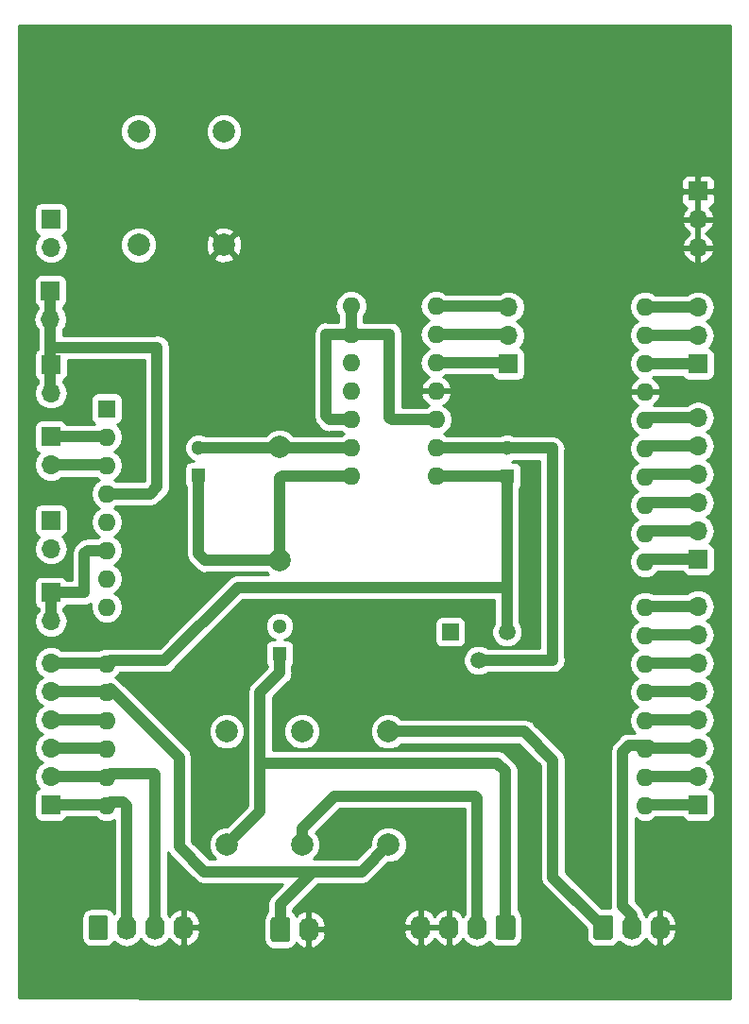
<source format=gbr>
G04 #@! TF.GenerationSoftware,KiCad,Pcbnew,(5.0.1-3-g963ef8bb5)*
G04 #@! TF.CreationDate,2019-03-18T17:32:53-03:00*
G04 #@! TF.ProjectId,NNC_monitor,4E4E435F6D6F6E69746F722E6B696361,rev?*
G04 #@! TF.SameCoordinates,Original*
G04 #@! TF.FileFunction,Copper,L1,Top,Signal*
G04 #@! TF.FilePolarity,Positive*
%FSLAX46Y46*%
G04 Gerber Fmt 4.6, Leading zero omitted, Abs format (unit mm)*
G04 Created by KiCad (PCBNEW (5.0.1-3-g963ef8bb5)) date Monday, March 18, 2019 at 05:32:53 PM*
%MOMM*%
%LPD*%
G01*
G04 APERTURE LIST*
G04 #@! TA.AperFunction,ComponentPad*
%ADD10R,1.700000X1.700000*%
G04 #@! TD*
G04 #@! TA.AperFunction,ComponentPad*
%ADD11O,1.700000X1.700000*%
G04 #@! TD*
G04 #@! TA.AperFunction,ComponentPad*
%ADD12O,1.600000X1.600000*%
G04 #@! TD*
G04 #@! TA.AperFunction,ComponentPad*
%ADD13R,1.600000X1.600000*%
G04 #@! TD*
G04 #@! TA.AperFunction,ComponentPad*
%ADD14C,1.300000*%
G04 #@! TD*
G04 #@! TA.AperFunction,ComponentPad*
%ADD15R,1.300000X1.300000*%
G04 #@! TD*
G04 #@! TA.AperFunction,ComponentPad*
%ADD16C,1.998980*%
G04 #@! TD*
G04 #@! TA.AperFunction,ComponentPad*
%ADD17C,1.510000*%
G04 #@! TD*
G04 #@! TA.AperFunction,ComponentPad*
%ADD18R,1.510000X1.510000*%
G04 #@! TD*
G04 #@! TA.AperFunction,ComponentPad*
%ADD19O,1.740000X2.200000*%
G04 #@! TD*
G04 #@! TA.AperFunction,Conductor*
%ADD20C,0.100000*%
G04 #@! TD*
G04 #@! TA.AperFunction,ComponentPad*
%ADD21C,1.740000*%
G04 #@! TD*
G04 #@! TA.AperFunction,Conductor*
%ADD22C,1.000000*%
G04 #@! TD*
G04 #@! TA.AperFunction,Conductor*
%ADD23C,0.250000*%
G04 #@! TD*
G04 #@! TA.AperFunction,Conductor*
%ADD24C,0.254000*%
G04 #@! TD*
G04 APERTURE END LIST*
D10*
G04 #@! TO.P,J13,1*
G04 #@! TO.N,3V3*
X78500000Y-56050000D03*
D11*
G04 #@! TO.P,J13,2*
X78500000Y-58590000D03*
G04 #@! TD*
G04 #@! TO.P,J15,3*
G04 #@! TO.N,Net-(J15-Pad3)*
X119500000Y-50920000D03*
G04 #@! TO.P,J15,2*
G04 #@! TO.N,Net-(J15-Pad2)*
X119500000Y-53460000D03*
D10*
G04 #@! TO.P,J15,1*
G04 #@! TO.N,Net-(J15-Pad1)*
X119500000Y-56000000D03*
G04 #@! TD*
D11*
G04 #@! TO.P,J8,2*
G04 #@! TO.N,+5V*
X78500000Y-79040000D03*
D10*
G04 #@! TO.P,J8,1*
X78500000Y-76500000D03*
G04 #@! TD*
G04 #@! TO.P,J10,1*
G04 #@! TO.N,+5V*
X78500000Y-70000000D03*
D11*
G04 #@! TO.P,J10,2*
X78500000Y-72540000D03*
G04 #@! TD*
G04 #@! TO.P,J14,6*
G04 #@! TO.N,D13*
X136500000Y-60800000D03*
G04 #@! TO.P,J14,5*
G04 #@! TO.N,D12*
X136500000Y-63340000D03*
G04 #@! TO.P,J14,4*
G04 #@! TO.N,D11*
X136500000Y-65880000D03*
G04 #@! TO.P,J14,3*
G04 #@! TO.N,D10*
X136500000Y-68420000D03*
G04 #@! TO.P,J14,2*
G04 #@! TO.N,D9*
X136500000Y-70960000D03*
D10*
G04 #@! TO.P,J14,1*
G04 #@! TO.N,D8*
X136500000Y-73500000D03*
G04 #@! TD*
D11*
G04 #@! TO.P,J12,2*
G04 #@! TO.N,RESET*
X78500000Y-65040000D03*
D10*
G04 #@! TO.P,J12,1*
G04 #@! TO.N,IOREF*
X78500000Y-62500000D03*
G04 #@! TD*
D11*
G04 #@! TO.P,J11,6*
G04 #@! TO.N,A0*
X78500000Y-82800000D03*
G04 #@! TO.P,J11,5*
G04 #@! TO.N,A1*
X78500000Y-85340000D03*
G04 #@! TO.P,J11,4*
G04 #@! TO.N,A2*
X78500000Y-87880000D03*
G04 #@! TO.P,J11,3*
G04 #@! TO.N,A3*
X78500000Y-90420000D03*
G04 #@! TO.P,J11,2*
G04 #@! TO.N,A4_SDA*
X78500000Y-92960000D03*
D10*
G04 #@! TO.P,J11,1*
G04 #@! TO.N,A5_SCL*
X78500000Y-95500000D03*
G04 #@! TD*
D11*
G04 #@! TO.P,J9,2*
G04 #@! TO.N,3V3*
X78450000Y-51990000D03*
D10*
G04 #@! TO.P,J9,1*
X78450000Y-49450000D03*
G04 #@! TD*
D11*
G04 #@! TO.P,J8,2*
G04 #@! TO.N,+5V*
X78500000Y-45540000D03*
D10*
G04 #@! TO.P,J8,1*
X78500000Y-43000000D03*
G04 #@! TD*
D11*
G04 #@! TO.P,J7,3*
G04 #@! TO.N,GND*
X136500000Y-45580000D03*
G04 #@! TO.P,J7,2*
X136500000Y-43040000D03*
D10*
G04 #@! TO.P,J7,1*
X136500000Y-40500000D03*
G04 #@! TD*
D11*
G04 #@! TO.P,J6,8*
G04 #@! TO.N,D7*
X136500000Y-77720000D03*
G04 #@! TO.P,J6,7*
G04 #@! TO.N,D6*
X136500000Y-80260000D03*
G04 #@! TO.P,J6,6*
G04 #@! TO.N,D5*
X136500000Y-82800000D03*
G04 #@! TO.P,J6,5*
G04 #@! TO.N,D4*
X136500000Y-85340000D03*
G04 #@! TO.P,J6,4*
G04 #@! TO.N,D3*
X136500000Y-87880000D03*
G04 #@! TO.P,J6,3*
G04 #@! TO.N,D2*
X136500000Y-90420000D03*
G04 #@! TO.P,J6,2*
G04 #@! TO.N,D1_TX*
X136500000Y-92960000D03*
D10*
G04 #@! TO.P,J6,1*
G04 #@! TO.N,D0_RX*
X136500000Y-95500000D03*
G04 #@! TD*
D11*
G04 #@! TO.P,J5,3*
G04 #@! TO.N,SCL*
X136500000Y-50920000D03*
G04 #@! TO.P,J5,2*
G04 #@! TO.N,SDA*
X136500000Y-53460000D03*
D10*
G04 #@! TO.P,J5,1*
G04 #@! TO.N,AREF*
X136500000Y-56000000D03*
G04 #@! TD*
D12*
G04 #@! TO.P,A1,32*
G04 #@! TO.N,SCL*
X131760000Y-50860000D03*
G04 #@! TO.P,A1,31*
G04 #@! TO.N,SDA*
X131760000Y-53400000D03*
D13*
G04 #@! TO.P,A1,1*
G04 #@! TO.N,Net-(A1-Pad1)*
X83500000Y-60000000D03*
D12*
G04 #@! TO.P,A1,17*
G04 #@! TO.N,D2*
X131760000Y-90480000D03*
G04 #@! TO.P,A1,2*
G04 #@! TO.N,IOREF*
X83500000Y-62540000D03*
G04 #@! TO.P,A1,18*
G04 #@! TO.N,D3*
X131760000Y-87940000D03*
G04 #@! TO.P,A1,3*
G04 #@! TO.N,RESET*
X83500000Y-65080000D03*
G04 #@! TO.P,A1,19*
G04 #@! TO.N,D4*
X131760000Y-85400000D03*
G04 #@! TO.P,A1,4*
G04 #@! TO.N,3V3*
X83500000Y-67620000D03*
G04 #@! TO.P,A1,20*
G04 #@! TO.N,D5*
X131760000Y-82860000D03*
G04 #@! TO.P,A1,5*
G04 #@! TO.N,+5V*
X83500000Y-70160000D03*
G04 #@! TO.P,A1,21*
G04 #@! TO.N,D6*
X131760000Y-80320000D03*
G04 #@! TO.P,A1,6*
G04 #@! TO.N,Net-(A1-Pad6)*
X83500000Y-72700000D03*
G04 #@! TO.P,A1,22*
G04 #@! TO.N,D7*
X131760000Y-77780000D03*
G04 #@! TO.P,A1,7*
G04 #@! TO.N,Net-(A1-Pad7)*
X83500000Y-75240000D03*
G04 #@! TO.P,A1,23*
G04 #@! TO.N,D8*
X131760000Y-73720000D03*
G04 #@! TO.P,A1,8*
G04 #@! TO.N,Net-(A1-Pad8)*
X83500000Y-77780000D03*
G04 #@! TO.P,A1,24*
G04 #@! TO.N,D9*
X131760000Y-71180000D03*
G04 #@! TO.P,A1,9*
G04 #@! TO.N,A0*
X83500000Y-82860000D03*
G04 #@! TO.P,A1,25*
G04 #@! TO.N,D10*
X131760000Y-68640000D03*
G04 #@! TO.P,A1,10*
G04 #@! TO.N,A1*
X83500000Y-85400000D03*
G04 #@! TO.P,A1,26*
G04 #@! TO.N,D11*
X131760000Y-66100000D03*
G04 #@! TO.P,A1,11*
G04 #@! TO.N,A2*
X83500000Y-87940000D03*
G04 #@! TO.P,A1,27*
G04 #@! TO.N,D12*
X131760000Y-63560000D03*
G04 #@! TO.P,A1,12*
G04 #@! TO.N,A3*
X83500000Y-90480000D03*
G04 #@! TO.P,A1,28*
G04 #@! TO.N,D13*
X131760000Y-61020000D03*
G04 #@! TO.P,A1,13*
G04 #@! TO.N,A4_SDA*
X83500000Y-93020000D03*
G04 #@! TO.P,A1,29*
G04 #@! TO.N,GND*
X131760000Y-58480000D03*
G04 #@! TO.P,A1,14*
G04 #@! TO.N,A5_SCL*
X83500000Y-95560000D03*
G04 #@! TO.P,A1,30*
G04 #@! TO.N,AREF*
X131760000Y-55940000D03*
G04 #@! TO.P,A1,15*
G04 #@! TO.N,D0_RX*
X131760000Y-95560000D03*
G04 #@! TO.P,A1,16*
G04 #@! TO.N,D1_TX*
X131760000Y-93020000D03*
G04 #@! TD*
D14*
G04 #@! TO.P,C1,2*
G04 #@! TO.N,Net-(C1-Pad2)*
X91750000Y-63500000D03*
D15*
G04 #@! TO.P,C1,1*
G04 #@! TO.N,Net-(C1-Pad1)*
X91750000Y-66000000D03*
G04 #@! TD*
D16*
G04 #@! TO.P,R5,2*
G04 #@! TO.N,Net-(C1-Pad2)*
X99000000Y-63420000D03*
G04 #@! TO.P,R5,1*
G04 #@! TO.N,Net-(C1-Pad1)*
X99000000Y-73580000D03*
G04 #@! TD*
D12*
G04 #@! TO.P,U1,14*
G04 #@! TO.N,Net-(J15-Pad2)*
X113030000Y-50800000D03*
G04 #@! TO.P,U1,13*
G04 #@! TO.N,Net-(J15-Pad3)*
X113030000Y-53340000D03*
G04 #@! TO.P,U1,12*
G04 #@! TO.N,Net-(J15-Pad1)*
X113030000Y-55880000D03*
G04 #@! TO.P,U1,11*
G04 #@! TO.N,GND*
X113030000Y-58420000D03*
G04 #@! TO.P,U1,10*
G04 #@! TO.N,Net-(U1-Pad1)*
X113030000Y-60960000D03*
G04 #@! TO.P,U1,9*
G04 #@! TO.N,Net-(C2-Pad2)*
X113030000Y-63500000D03*
G04 #@! TO.P,U1,8*
G04 #@! TO.N,A0*
X113030000Y-66040000D03*
G04 #@! TO.P,U1,7*
G04 #@! TO.N,Net-(C1-Pad1)*
X105410000Y-66040000D03*
G04 #@! TO.P,U1,6*
G04 #@! TO.N,Net-(C1-Pad2)*
X105410000Y-63500000D03*
G04 #@! TO.P,U1,5*
G04 #@! TO.N,Net-(U1-Pad1)*
X105410000Y-60960000D03*
G04 #@! TO.P,U1,4*
G04 #@! TO.N,+5V*
X105410000Y-58420000D03*
G04 #@! TO.P,U1,3*
G04 #@! TO.N,Net-(R3-Pad2)*
X105410000Y-55880000D03*
G04 #@! TO.P,U1,2*
G04 #@! TO.N,Net-(U1-Pad1)*
X105410000Y-53340000D03*
G04 #@! TO.P,U1,1*
X105410000Y-50800000D03*
G04 #@! TD*
D17*
G04 #@! TO.P,RV1,2*
G04 #@! TO.N,Net-(C2-Pad2)*
X116840000Y-82550000D03*
D18*
G04 #@! TO.P,RV1,1*
G04 #@! TO.N,Net-(C1-Pad1)*
X114300000Y-80010000D03*
D17*
G04 #@! TO.P,RV1,3*
G04 #@! TO.N,A0*
X119380000Y-80010000D03*
G04 #@! TD*
D16*
G04 #@! TO.P,R6,2*
G04 #@! TO.N,A1*
X108750000Y-99080000D03*
G04 #@! TO.P,R6,1*
G04 #@! TO.N,+5V*
X108750000Y-88920000D03*
G04 #@! TD*
G04 #@! TO.P,R4,2*
G04 #@! TO.N,GND*
X94000000Y-45330000D03*
G04 #@! TO.P,R4,1*
G04 #@! TO.N,Net-(R3-Pad2)*
X94000000Y-35170000D03*
G04 #@! TD*
G04 #@! TO.P,R3,2*
G04 #@! TO.N,Net-(R3-Pad2)*
X86360000Y-35170000D03*
G04 #@! TO.P,R3,1*
G04 #@! TO.N,+5V*
X86360000Y-45330000D03*
G04 #@! TD*
G04 #@! TO.P,R2,2*
G04 #@! TO.N,Net-(J1-Pad2)*
X101000000Y-99080000D03*
G04 #@! TO.P,R2,1*
G04 #@! TO.N,+5V*
X101000000Y-88920000D03*
G04 #@! TD*
G04 #@! TO.P,R1,2*
G04 #@! TO.N,Net-(C3-Pad1)*
X94250000Y-99080000D03*
G04 #@! TO.P,R1,1*
G04 #@! TO.N,+5V*
X94250000Y-88920000D03*
G04 #@! TD*
D19*
G04 #@! TO.P,J4,4*
G04 #@! TO.N,GND*
X90370000Y-106500000D03*
G04 #@! TO.P,J4,3*
G04 #@! TO.N,A5_SCL*
X87830000Y-106500000D03*
G04 #@! TO.P,J4,2*
G04 #@! TO.N,A4_SDA*
X85290000Y-106500000D03*
D20*
G04 #@! TD*
G04 #@! TO.N,+5V*
G04 #@! TO.C,J4*
G36*
X83394505Y-105401204D02*
X83418773Y-105404804D01*
X83442572Y-105410765D01*
X83465671Y-105419030D01*
X83487850Y-105429520D01*
X83508893Y-105442132D01*
X83528599Y-105456747D01*
X83546777Y-105473223D01*
X83563253Y-105491401D01*
X83577868Y-105511107D01*
X83590480Y-105532150D01*
X83600970Y-105554329D01*
X83609235Y-105577428D01*
X83615196Y-105601227D01*
X83618796Y-105625495D01*
X83620000Y-105649999D01*
X83620000Y-107350001D01*
X83618796Y-107374505D01*
X83615196Y-107398773D01*
X83609235Y-107422572D01*
X83600970Y-107445671D01*
X83590480Y-107467850D01*
X83577868Y-107488893D01*
X83563253Y-107508599D01*
X83546777Y-107526777D01*
X83528599Y-107543253D01*
X83508893Y-107557868D01*
X83487850Y-107570480D01*
X83465671Y-107580970D01*
X83442572Y-107589235D01*
X83418773Y-107595196D01*
X83394505Y-107598796D01*
X83370001Y-107600000D01*
X82129999Y-107600000D01*
X82105495Y-107598796D01*
X82081227Y-107595196D01*
X82057428Y-107589235D01*
X82034329Y-107580970D01*
X82012150Y-107570480D01*
X81991107Y-107557868D01*
X81971401Y-107543253D01*
X81953223Y-107526777D01*
X81936747Y-107508599D01*
X81922132Y-107488893D01*
X81909520Y-107467850D01*
X81899030Y-107445671D01*
X81890765Y-107422572D01*
X81884804Y-107398773D01*
X81881204Y-107374505D01*
X81880000Y-107350001D01*
X81880000Y-105649999D01*
X81881204Y-105625495D01*
X81884804Y-105601227D01*
X81890765Y-105577428D01*
X81899030Y-105554329D01*
X81909520Y-105532150D01*
X81922132Y-105511107D01*
X81936747Y-105491401D01*
X81953223Y-105473223D01*
X81971401Y-105456747D01*
X81991107Y-105442132D01*
X82012150Y-105429520D01*
X82034329Y-105419030D01*
X82057428Y-105410765D01*
X82081227Y-105404804D01*
X82105495Y-105401204D01*
X82129999Y-105400000D01*
X83370001Y-105400000D01*
X83394505Y-105401204D01*
X83394505Y-105401204D01*
G37*
D21*
G04 #@! TO.P,J4,1*
G04 #@! TO.N,+5V*
X82750000Y-106500000D03*
G04 #@! TD*
D19*
G04 #@! TO.P,J3,3*
G04 #@! TO.N,GND*
X133080000Y-106500000D03*
G04 #@! TO.P,J3,2*
G04 #@! TO.N,D2*
X130540000Y-106500000D03*
D20*
G04 #@! TD*
G04 #@! TO.N,+5V*
G04 #@! TO.C,J3*
G36*
X128644505Y-105401204D02*
X128668773Y-105404804D01*
X128692572Y-105410765D01*
X128715671Y-105419030D01*
X128737850Y-105429520D01*
X128758893Y-105442132D01*
X128778599Y-105456747D01*
X128796777Y-105473223D01*
X128813253Y-105491401D01*
X128827868Y-105511107D01*
X128840480Y-105532150D01*
X128850970Y-105554329D01*
X128859235Y-105577428D01*
X128865196Y-105601227D01*
X128868796Y-105625495D01*
X128870000Y-105649999D01*
X128870000Y-107350001D01*
X128868796Y-107374505D01*
X128865196Y-107398773D01*
X128859235Y-107422572D01*
X128850970Y-107445671D01*
X128840480Y-107467850D01*
X128827868Y-107488893D01*
X128813253Y-107508599D01*
X128796777Y-107526777D01*
X128778599Y-107543253D01*
X128758893Y-107557868D01*
X128737850Y-107570480D01*
X128715671Y-107580970D01*
X128692572Y-107589235D01*
X128668773Y-107595196D01*
X128644505Y-107598796D01*
X128620001Y-107600000D01*
X127379999Y-107600000D01*
X127355495Y-107598796D01*
X127331227Y-107595196D01*
X127307428Y-107589235D01*
X127284329Y-107580970D01*
X127262150Y-107570480D01*
X127241107Y-107557868D01*
X127221401Y-107543253D01*
X127203223Y-107526777D01*
X127186747Y-107508599D01*
X127172132Y-107488893D01*
X127159520Y-107467850D01*
X127149030Y-107445671D01*
X127140765Y-107422572D01*
X127134804Y-107398773D01*
X127131204Y-107374505D01*
X127130000Y-107350001D01*
X127130000Y-105649999D01*
X127131204Y-105625495D01*
X127134804Y-105601227D01*
X127140765Y-105577428D01*
X127149030Y-105554329D01*
X127159520Y-105532150D01*
X127172132Y-105511107D01*
X127186747Y-105491401D01*
X127203223Y-105473223D01*
X127221401Y-105456747D01*
X127241107Y-105442132D01*
X127262150Y-105429520D01*
X127284329Y-105419030D01*
X127307428Y-105410765D01*
X127331227Y-105404804D01*
X127355495Y-105401204D01*
X127379999Y-105400000D01*
X128620001Y-105400000D01*
X128644505Y-105401204D01*
X128644505Y-105401204D01*
G37*
D21*
G04 #@! TO.P,J3,1*
G04 #@! TO.N,+5V*
X128000000Y-106500000D03*
G04 #@! TD*
D19*
G04 #@! TO.P,J2,2*
G04 #@! TO.N,GND*
X101600000Y-106680000D03*
D20*
G04 #@! TD*
G04 #@! TO.N,A1*
G04 #@! TO.C,J2*
G36*
X99704505Y-105581204D02*
X99728773Y-105584804D01*
X99752572Y-105590765D01*
X99775671Y-105599030D01*
X99797850Y-105609520D01*
X99818893Y-105622132D01*
X99838599Y-105636747D01*
X99856777Y-105653223D01*
X99873253Y-105671401D01*
X99887868Y-105691107D01*
X99900480Y-105712150D01*
X99910970Y-105734329D01*
X99919235Y-105757428D01*
X99925196Y-105781227D01*
X99928796Y-105805495D01*
X99930000Y-105829999D01*
X99930000Y-107530001D01*
X99928796Y-107554505D01*
X99925196Y-107578773D01*
X99919235Y-107602572D01*
X99910970Y-107625671D01*
X99900480Y-107647850D01*
X99887868Y-107668893D01*
X99873253Y-107688599D01*
X99856777Y-107706777D01*
X99838599Y-107723253D01*
X99818893Y-107737868D01*
X99797850Y-107750480D01*
X99775671Y-107760970D01*
X99752572Y-107769235D01*
X99728773Y-107775196D01*
X99704505Y-107778796D01*
X99680001Y-107780000D01*
X98439999Y-107780000D01*
X98415495Y-107778796D01*
X98391227Y-107775196D01*
X98367428Y-107769235D01*
X98344329Y-107760970D01*
X98322150Y-107750480D01*
X98301107Y-107737868D01*
X98281401Y-107723253D01*
X98263223Y-107706777D01*
X98246747Y-107688599D01*
X98232132Y-107668893D01*
X98219520Y-107647850D01*
X98209030Y-107625671D01*
X98200765Y-107602572D01*
X98194804Y-107578773D01*
X98191204Y-107554505D01*
X98190000Y-107530001D01*
X98190000Y-105829999D01*
X98191204Y-105805495D01*
X98194804Y-105781227D01*
X98200765Y-105757428D01*
X98209030Y-105734329D01*
X98219520Y-105712150D01*
X98232132Y-105691107D01*
X98246747Y-105671401D01*
X98263223Y-105653223D01*
X98281401Y-105636747D01*
X98301107Y-105622132D01*
X98322150Y-105609520D01*
X98344329Y-105599030D01*
X98367428Y-105590765D01*
X98391227Y-105584804D01*
X98415495Y-105581204D01*
X98439999Y-105580000D01*
X99680001Y-105580000D01*
X99704505Y-105581204D01*
X99704505Y-105581204D01*
G37*
D21*
G04 #@! TO.P,J2,1*
G04 #@! TO.N,A1*
X99060000Y-106680000D03*
G04 #@! TD*
D19*
G04 #@! TO.P,J1,4*
G04 #@! TO.N,GND*
X111630000Y-106500000D03*
G04 #@! TO.P,J1,3*
X114170000Y-106500000D03*
G04 #@! TO.P,J1,2*
G04 #@! TO.N,Net-(J1-Pad2)*
X116710000Y-106500000D03*
D20*
G04 #@! TD*
G04 #@! TO.N,Net-(C3-Pad1)*
G04 #@! TO.C,J1*
G36*
X119894505Y-105401204D02*
X119918773Y-105404804D01*
X119942572Y-105410765D01*
X119965671Y-105419030D01*
X119987850Y-105429520D01*
X120008893Y-105442132D01*
X120028599Y-105456747D01*
X120046777Y-105473223D01*
X120063253Y-105491401D01*
X120077868Y-105511107D01*
X120090480Y-105532150D01*
X120100970Y-105554329D01*
X120109235Y-105577428D01*
X120115196Y-105601227D01*
X120118796Y-105625495D01*
X120120000Y-105649999D01*
X120120000Y-107350001D01*
X120118796Y-107374505D01*
X120115196Y-107398773D01*
X120109235Y-107422572D01*
X120100970Y-107445671D01*
X120090480Y-107467850D01*
X120077868Y-107488893D01*
X120063253Y-107508599D01*
X120046777Y-107526777D01*
X120028599Y-107543253D01*
X120008893Y-107557868D01*
X119987850Y-107570480D01*
X119965671Y-107580970D01*
X119942572Y-107589235D01*
X119918773Y-107595196D01*
X119894505Y-107598796D01*
X119870001Y-107600000D01*
X118629999Y-107600000D01*
X118605495Y-107598796D01*
X118581227Y-107595196D01*
X118557428Y-107589235D01*
X118534329Y-107580970D01*
X118512150Y-107570480D01*
X118491107Y-107557868D01*
X118471401Y-107543253D01*
X118453223Y-107526777D01*
X118436747Y-107508599D01*
X118422132Y-107488893D01*
X118409520Y-107467850D01*
X118399030Y-107445671D01*
X118390765Y-107422572D01*
X118384804Y-107398773D01*
X118381204Y-107374505D01*
X118380000Y-107350001D01*
X118380000Y-105649999D01*
X118381204Y-105625495D01*
X118384804Y-105601227D01*
X118390765Y-105577428D01*
X118399030Y-105554329D01*
X118409520Y-105532150D01*
X118422132Y-105511107D01*
X118436747Y-105491401D01*
X118453223Y-105473223D01*
X118471401Y-105456747D01*
X118491107Y-105442132D01*
X118512150Y-105429520D01*
X118534329Y-105419030D01*
X118557428Y-105410765D01*
X118581227Y-105404804D01*
X118605495Y-105401204D01*
X118629999Y-105400000D01*
X119870001Y-105400000D01*
X119894505Y-105401204D01*
X119894505Y-105401204D01*
G37*
D21*
G04 #@! TO.P,J1,1*
G04 #@! TO.N,Net-(C3-Pad1)*
X119250000Y-106500000D03*
G04 #@! TD*
D14*
G04 #@! TO.P,C3,2*
G04 #@! TO.N,Net-(C1-Pad2)*
X99000000Y-79500000D03*
D15*
G04 #@! TO.P,C3,1*
G04 #@! TO.N,Net-(C3-Pad1)*
X99000000Y-82000000D03*
G04 #@! TD*
D14*
G04 #@! TO.P,C2,2*
G04 #@! TO.N,Net-(C2-Pad2)*
X119380000Y-63540000D03*
D15*
G04 #@! TO.P,C2,1*
G04 #@! TO.N,A0*
X119380000Y-66040000D03*
G04 #@! TD*
D22*
G04 #@! TO.N,Net-(A1-Pad6)*
X81800000Y-72700000D02*
X83500000Y-72700000D01*
X81500000Y-73000000D02*
X81800000Y-72700000D01*
X81500000Y-76500000D02*
X81500000Y-73000000D01*
X78500000Y-76500000D02*
X81500000Y-76500000D01*
X78500000Y-76500000D02*
X78500000Y-79040000D01*
G04 #@! TO.N,Net-(C1-Pad2)*
X91750000Y-63500000D02*
X105410000Y-63500000D01*
G04 #@! TO.N,Net-(C1-Pad1)*
X91750000Y-66000000D02*
X91750000Y-73000000D01*
X92330000Y-73580000D02*
X99000000Y-73580000D01*
X91750000Y-73000000D02*
X92330000Y-73580000D01*
X105410000Y-66040000D02*
X99210000Y-66040000D01*
X99000000Y-66250000D02*
X99000000Y-73580000D01*
X99210000Y-66040000D02*
X99000000Y-66250000D01*
G04 #@! TO.N,Net-(C2-Pad2)*
X113070000Y-63540000D02*
X113030000Y-63500000D01*
X119380000Y-63540000D02*
X113070000Y-63540000D01*
X116840000Y-82550000D02*
X123450000Y-82550000D01*
X123450000Y-82550000D02*
X123500000Y-82500000D01*
X123450000Y-82550000D02*
X123450000Y-63550000D01*
X123440000Y-63540000D02*
X119380000Y-63540000D01*
X123450000Y-63550000D02*
X123440000Y-63540000D01*
G04 #@! TO.N,Net-(C3-Pad1)*
X99000000Y-83650000D02*
X97250000Y-85400000D01*
X99000000Y-82000000D02*
X99000000Y-83650000D01*
X97250000Y-96080000D02*
X94250000Y-99080000D01*
X97250000Y-91750000D02*
X118500000Y-91750000D01*
X97250000Y-85400000D02*
X97250000Y-91750000D01*
X97250000Y-91750000D02*
X97250000Y-96080000D01*
X118500000Y-91750000D02*
X119250000Y-92500000D01*
X119250000Y-92500000D02*
X119250000Y-106500000D01*
G04 #@! TO.N,Net-(J1-Pad2)*
X103916508Y-94750000D02*
X116500000Y-94750000D01*
X101000000Y-97666508D02*
X103916508Y-94750000D01*
X101000000Y-99080000D02*
X101000000Y-97666508D01*
X116710000Y-94960000D02*
X116710000Y-106500000D01*
X116500000Y-94750000D02*
X116710000Y-94960000D01*
G04 #@! TO.N,Net-(U1-Pad1)*
X105410000Y-50800000D02*
X105410000Y-53340000D01*
X103160000Y-53340000D02*
X103160000Y-60660000D01*
X103460000Y-60960000D02*
X105410000Y-60960000D01*
X103160000Y-60660000D02*
X103460000Y-60960000D01*
X103160000Y-53340000D02*
X105410000Y-53340000D01*
X105410000Y-53340000D02*
X108840000Y-53340000D01*
X113030000Y-60960000D02*
X109040000Y-60960000D01*
X108840000Y-60760000D02*
X109040000Y-60960000D01*
X108840000Y-53340000D02*
X108840000Y-60760000D01*
G04 #@! TO.N,SCL*
X131820000Y-50920000D02*
X131760000Y-50860000D01*
X136500000Y-50920000D02*
X131820000Y-50920000D01*
G04 #@! TO.N,SDA*
X131820000Y-53460000D02*
X131760000Y-53400000D01*
X136500000Y-53460000D02*
X131820000Y-53460000D01*
G04 #@! TO.N,D2*
X130330000Y-90170000D02*
X132080000Y-90170000D01*
X129750000Y-104610000D02*
X129750000Y-90750000D01*
X130540000Y-105400000D02*
X129750000Y-104610000D01*
X129750000Y-90750000D02*
X130330000Y-90170000D01*
X131820000Y-90420000D02*
X131760000Y-90480000D01*
X136500000Y-90420000D02*
X131820000Y-90420000D01*
G04 #@! TO.N,IOREF*
X83460000Y-62500000D02*
X83500000Y-62540000D01*
X78500000Y-62500000D02*
X83460000Y-62500000D01*
G04 #@! TO.N,D3*
X131820000Y-87880000D02*
X131760000Y-87940000D01*
X136500000Y-87880000D02*
X131820000Y-87880000D01*
G04 #@! TO.N,RESET*
X83460000Y-65040000D02*
X83500000Y-65080000D01*
X78500000Y-65040000D02*
X83460000Y-65040000D01*
G04 #@! TO.N,D4*
X131820000Y-85340000D02*
X131760000Y-85400000D01*
X136500000Y-85340000D02*
X131820000Y-85340000D01*
G04 #@! TO.N,3V3*
X87960000Y-54540000D02*
X78500000Y-54540000D01*
X88000000Y-54500000D02*
X87960000Y-54540000D01*
X87380000Y-67620000D02*
X88000000Y-67000000D01*
X88000000Y-67000000D02*
X88000000Y-54500000D01*
X83500000Y-67620000D02*
X87380000Y-67620000D01*
X78450000Y-51990000D02*
X78450000Y-49450000D01*
D23*
X78450000Y-58540000D02*
X78500000Y-58590000D01*
D22*
X78450000Y-51990000D02*
X78450000Y-58540000D01*
G04 #@! TO.N,D5*
X131820000Y-82800000D02*
X131760000Y-82860000D01*
X136500000Y-82800000D02*
X131820000Y-82800000D01*
G04 #@! TO.N,+5V*
X128000000Y-106500000D02*
X125000000Y-103500000D01*
X120920000Y-88920000D02*
X123500000Y-91500000D01*
X108750000Y-88920000D02*
X120920000Y-88920000D01*
X123500000Y-102000000D02*
X128000000Y-106500000D01*
X123500000Y-91500000D02*
X123500000Y-102000000D01*
G04 #@! TO.N,D6*
X131820000Y-80260000D02*
X131760000Y-80320000D01*
X136500000Y-80260000D02*
X131820000Y-80260000D01*
G04 #@! TO.N,D7*
X131820000Y-77720000D02*
X131760000Y-77780000D01*
X136500000Y-77720000D02*
X131820000Y-77720000D01*
G04 #@! TO.N,D8*
X131980000Y-73500000D02*
X131760000Y-73720000D01*
X136500000Y-73500000D02*
X131980000Y-73500000D01*
G04 #@! TO.N,D9*
X131980000Y-70960000D02*
X131760000Y-71180000D01*
X136500000Y-70960000D02*
X131980000Y-70960000D01*
G04 #@! TO.N,A0*
X119380000Y-66040000D02*
X113030000Y-66040000D01*
X103070000Y-76000000D02*
X119380000Y-76000000D01*
X88700000Y-82550000D02*
X95250000Y-76000000D01*
X83820000Y-82550000D02*
X88700000Y-82550000D01*
X119380000Y-76000000D02*
X119380000Y-66040000D01*
X95250000Y-76000000D02*
X103070000Y-76000000D01*
X119380000Y-80010000D02*
X119380000Y-76000000D01*
X83440000Y-82800000D02*
X83500000Y-82860000D01*
X78500000Y-82800000D02*
X83440000Y-82800000D01*
G04 #@! TO.N,D10*
X131980000Y-68420000D02*
X131760000Y-68640000D01*
X136500000Y-68420000D02*
X131980000Y-68420000D01*
G04 #@! TO.N,A1*
X99060000Y-106680000D02*
X99060000Y-104440000D01*
X99060000Y-104440000D02*
X102000000Y-101500000D01*
X106330000Y-101500000D02*
X108750000Y-99080000D01*
X102000000Y-101500000D02*
X106330000Y-101500000D01*
X102000000Y-101500000D02*
X92250000Y-101500000D01*
X92250000Y-101500000D02*
X90000000Y-99250000D01*
X90000000Y-91270000D02*
X83820000Y-85090000D01*
X90000000Y-99250000D02*
X90000000Y-91270000D01*
X83440000Y-85340000D02*
X83500000Y-85400000D01*
X78500000Y-85340000D02*
X83440000Y-85340000D01*
G04 #@! TO.N,D11*
X131980000Y-65880000D02*
X131760000Y-66100000D01*
X136500000Y-65880000D02*
X131980000Y-65880000D01*
G04 #@! TO.N,A2*
X83440000Y-87880000D02*
X83500000Y-87940000D01*
X78500000Y-87880000D02*
X83440000Y-87880000D01*
G04 #@! TO.N,D12*
X131980000Y-63340000D02*
X131760000Y-63560000D01*
X136500000Y-63340000D02*
X131980000Y-63340000D01*
G04 #@! TO.N,A3*
X83440000Y-90420000D02*
X83500000Y-90480000D01*
X78500000Y-90420000D02*
X83440000Y-90420000D01*
G04 #@! TO.N,D13*
X131980000Y-60800000D02*
X131760000Y-61020000D01*
X136500000Y-60800000D02*
X131980000Y-60800000D01*
G04 #@! TO.N,A4_SDA*
X83820000Y-92710000D02*
X87710000Y-92710000D01*
X83440000Y-92960000D02*
X83500000Y-93020000D01*
X78500000Y-92960000D02*
X83440000Y-92960000D01*
X87830000Y-92830000D02*
X87830000Y-106500000D01*
X87710000Y-92710000D02*
X87830000Y-92830000D01*
G04 #@! TO.N,A5_SCL*
X83820000Y-95250000D02*
X84951370Y-95250000D01*
X83440000Y-95500000D02*
X83500000Y-95560000D01*
X78500000Y-95500000D02*
X83440000Y-95500000D01*
X85290000Y-95588630D02*
X85290000Y-106500000D01*
X84951370Y-95250000D02*
X85290000Y-95588630D01*
G04 #@! TO.N,AREF*
X131820000Y-56000000D02*
X131760000Y-55940000D01*
X136500000Y-56000000D02*
X131820000Y-56000000D01*
G04 #@! TO.N,D0_RX*
X131820000Y-95500000D02*
X131760000Y-95560000D01*
X136500000Y-95500000D02*
X131820000Y-95500000D01*
G04 #@! TO.N,D1_TX*
X131820000Y-92960000D02*
X131760000Y-93020000D01*
X136500000Y-92960000D02*
X131820000Y-92960000D01*
G04 #@! TO.N,Net-(J15-Pad3)*
X119380000Y-53340000D02*
X119500000Y-53460000D01*
X113030000Y-53340000D02*
X119380000Y-53340000D01*
G04 #@! TO.N,Net-(J15-Pad2)*
X119380000Y-50800000D02*
X119500000Y-50920000D01*
X113030000Y-50800000D02*
X119380000Y-50800000D01*
G04 #@! TO.N,Net-(J15-Pad1)*
X119380000Y-55880000D02*
X119500000Y-56000000D01*
X113030000Y-55880000D02*
X119380000Y-55880000D01*
G04 #@! TD*
D24*
G04 #@! TO.N,GND*
G36*
X139340000Y-112840000D02*
X97227106Y-112840000D01*
X75660000Y-112823164D01*
X75660000Y-82800000D01*
X76985908Y-82800000D01*
X77101161Y-83379418D01*
X77429375Y-83870625D01*
X77727761Y-84070000D01*
X77429375Y-84269375D01*
X77101161Y-84760582D01*
X76985908Y-85340000D01*
X77101161Y-85919418D01*
X77429375Y-86410625D01*
X77727761Y-86610000D01*
X77429375Y-86809375D01*
X77101161Y-87300582D01*
X76985908Y-87880000D01*
X77101161Y-88459418D01*
X77429375Y-88950625D01*
X77727761Y-89150000D01*
X77429375Y-89349375D01*
X77101161Y-89840582D01*
X76985908Y-90420000D01*
X77101161Y-90999418D01*
X77429375Y-91490625D01*
X77727761Y-91690000D01*
X77429375Y-91889375D01*
X77101161Y-92380582D01*
X76985908Y-92960000D01*
X77101161Y-93539418D01*
X77429375Y-94030625D01*
X77447619Y-94042816D01*
X77402235Y-94051843D01*
X77192191Y-94192191D01*
X77051843Y-94402235D01*
X77002560Y-94650000D01*
X77002560Y-96350000D01*
X77051843Y-96597765D01*
X77192191Y-96807809D01*
X77402235Y-96948157D01*
X77650000Y-96997440D01*
X79350000Y-96997440D01*
X79597765Y-96948157D01*
X79807809Y-96807809D01*
X79923277Y-96635000D01*
X82525920Y-96635000D01*
X82940091Y-96911740D01*
X83358667Y-96995000D01*
X83641333Y-96995000D01*
X84059909Y-96911740D01*
X84155000Y-96848202D01*
X84155001Y-105240525D01*
X84004586Y-105015414D01*
X83713436Y-104820873D01*
X83370001Y-104752560D01*
X82129999Y-104752560D01*
X81786564Y-104820873D01*
X81495414Y-105015414D01*
X81300873Y-105306564D01*
X81232560Y-105649999D01*
X81232560Y-107350001D01*
X81300873Y-107693436D01*
X81495414Y-107984586D01*
X81786564Y-108179127D01*
X82129999Y-108247440D01*
X83370001Y-108247440D01*
X83713436Y-108179127D01*
X84004586Y-107984586D01*
X84161413Y-107749878D01*
X84204956Y-107815044D01*
X84702779Y-108147678D01*
X85290000Y-108264484D01*
X85877222Y-108147678D01*
X86375044Y-107815044D01*
X86560000Y-107538237D01*
X86744956Y-107815044D01*
X87242779Y-108147678D01*
X87830000Y-108264484D01*
X88417222Y-108147678D01*
X88915044Y-107815044D01*
X89107159Y-107527522D01*
X89399509Y-107890533D01*
X89917500Y-108173584D01*
X90009969Y-108191302D01*
X90243000Y-108070246D01*
X90243000Y-106627000D01*
X90497000Y-106627000D01*
X90497000Y-108070246D01*
X90730031Y-108191302D01*
X90822500Y-108173584D01*
X91340491Y-107890533D01*
X91710734Y-107430802D01*
X91876862Y-106864380D01*
X91720582Y-106627000D01*
X90497000Y-106627000D01*
X90243000Y-106627000D01*
X90223000Y-106627000D01*
X90223000Y-106373000D01*
X90243000Y-106373000D01*
X90243000Y-104929754D01*
X90497000Y-104929754D01*
X90497000Y-106373000D01*
X91720582Y-106373000D01*
X91876862Y-106135620D01*
X91710734Y-105569198D01*
X91340491Y-105109467D01*
X90822500Y-104826416D01*
X90730031Y-104808698D01*
X90497000Y-104929754D01*
X90243000Y-104929754D01*
X90009969Y-104808698D01*
X89917500Y-104826416D01*
X89399509Y-105109467D01*
X89107160Y-105472477D01*
X88965000Y-105259720D01*
X88965000Y-99743957D01*
X89181711Y-100068289D01*
X89276481Y-100131613D01*
X91368391Y-102223524D01*
X91431711Y-102318289D01*
X91526475Y-102381608D01*
X91526476Y-102381609D01*
X91807145Y-102569146D01*
X92250000Y-102657235D01*
X92361783Y-102635000D01*
X99259869Y-102635000D01*
X98336480Y-103558389D01*
X98241712Y-103621711D01*
X98128121Y-103791712D01*
X97990854Y-103997146D01*
X97902765Y-104440000D01*
X97925001Y-104551788D01*
X97925001Y-105115508D01*
X97805414Y-105195414D01*
X97610873Y-105486564D01*
X97542560Y-105829999D01*
X97542560Y-107530001D01*
X97610873Y-107873436D01*
X97805414Y-108164586D01*
X98096564Y-108359127D01*
X98439999Y-108427440D01*
X99680001Y-108427440D01*
X100023436Y-108359127D01*
X100314586Y-108164586D01*
X100491737Y-107899462D01*
X100629509Y-108070533D01*
X101147500Y-108353584D01*
X101239969Y-108371302D01*
X101473000Y-108250246D01*
X101473000Y-106807000D01*
X101727000Y-106807000D01*
X101727000Y-108250246D01*
X101960031Y-108371302D01*
X102052500Y-108353584D01*
X102570491Y-108070533D01*
X102940734Y-107610802D01*
X103106862Y-107044380D01*
X102988359Y-106864380D01*
X110123138Y-106864380D01*
X110289266Y-107430802D01*
X110659509Y-107890533D01*
X111177500Y-108173584D01*
X111269969Y-108191302D01*
X111503000Y-108070246D01*
X111503000Y-106627000D01*
X111757000Y-106627000D01*
X111757000Y-108070246D01*
X111990031Y-108191302D01*
X112082500Y-108173584D01*
X112600491Y-107890533D01*
X112900000Y-107518632D01*
X113199509Y-107890533D01*
X113717500Y-108173584D01*
X113809969Y-108191302D01*
X114043000Y-108070246D01*
X114043000Y-106627000D01*
X111757000Y-106627000D01*
X111503000Y-106627000D01*
X110279418Y-106627000D01*
X110123138Y-106864380D01*
X102988359Y-106864380D01*
X102950582Y-106807000D01*
X101727000Y-106807000D01*
X101473000Y-106807000D01*
X101453000Y-106807000D01*
X101453000Y-106553000D01*
X101473000Y-106553000D01*
X101473000Y-105109754D01*
X101727000Y-105109754D01*
X101727000Y-106553000D01*
X102950582Y-106553000D01*
X103106862Y-106315620D01*
X103054070Y-106135620D01*
X110123138Y-106135620D01*
X110279418Y-106373000D01*
X111503000Y-106373000D01*
X111503000Y-104929754D01*
X111757000Y-104929754D01*
X111757000Y-106373000D01*
X114043000Y-106373000D01*
X114043000Y-104929754D01*
X113809969Y-104808698D01*
X113717500Y-104826416D01*
X113199509Y-105109467D01*
X112900000Y-105481368D01*
X112600491Y-105109467D01*
X112082500Y-104826416D01*
X111990031Y-104808698D01*
X111757000Y-104929754D01*
X111503000Y-104929754D01*
X111269969Y-104808698D01*
X111177500Y-104826416D01*
X110659509Y-105109467D01*
X110289266Y-105569198D01*
X110123138Y-106135620D01*
X103054070Y-106135620D01*
X102940734Y-105749198D01*
X102570491Y-105289467D01*
X102052500Y-105006416D01*
X101960031Y-104988698D01*
X101727000Y-105109754D01*
X101473000Y-105109754D01*
X101239969Y-104988698D01*
X101147500Y-105006416D01*
X100629509Y-105289467D01*
X100491737Y-105460538D01*
X100314586Y-105195414D01*
X100195000Y-105115509D01*
X100195000Y-104910131D01*
X102470132Y-102635000D01*
X106218217Y-102635000D01*
X106330000Y-102657235D01*
X106441783Y-102635000D01*
X106772855Y-102569146D01*
X107148289Y-102318289D01*
X107211613Y-102223518D01*
X108720642Y-100714490D01*
X109075120Y-100714490D01*
X109675864Y-100465654D01*
X110135654Y-100005864D01*
X110384490Y-99405120D01*
X110384490Y-98754880D01*
X110135654Y-98154136D01*
X109675864Y-97694346D01*
X109075120Y-97445510D01*
X108424880Y-97445510D01*
X107824136Y-97694346D01*
X107364346Y-98154136D01*
X107115510Y-98754880D01*
X107115510Y-99109358D01*
X105859869Y-100365000D01*
X102111783Y-100365000D01*
X102040664Y-100350854D01*
X102385654Y-100005864D01*
X102634490Y-99405120D01*
X102634490Y-98754880D01*
X102385654Y-98154136D01*
X102251579Y-98020061D01*
X104386640Y-95885000D01*
X115575000Y-95885000D01*
X115575001Y-105259719D01*
X115432840Y-105472477D01*
X115140491Y-105109467D01*
X114622500Y-104826416D01*
X114530031Y-104808698D01*
X114297000Y-104929754D01*
X114297000Y-106373000D01*
X114317000Y-106373000D01*
X114317000Y-106627000D01*
X114297000Y-106627000D01*
X114297000Y-108070246D01*
X114530031Y-108191302D01*
X114622500Y-108173584D01*
X115140491Y-107890533D01*
X115432841Y-107527522D01*
X115624956Y-107815044D01*
X116122778Y-108147678D01*
X116710000Y-108264484D01*
X117297221Y-108147678D01*
X117795044Y-107815044D01*
X117838587Y-107749878D01*
X117995414Y-107984586D01*
X118286564Y-108179127D01*
X118629999Y-108247440D01*
X119870001Y-108247440D01*
X120213436Y-108179127D01*
X120504586Y-107984586D01*
X120699127Y-107693436D01*
X120767440Y-107350001D01*
X120767440Y-105649999D01*
X120699127Y-105306564D01*
X120504586Y-105015414D01*
X120385000Y-104935509D01*
X120385000Y-92611782D01*
X120407235Y-92499999D01*
X120319146Y-92057145D01*
X120242779Y-91942854D01*
X120068289Y-91681711D01*
X119973521Y-91618389D01*
X119381613Y-91026481D01*
X119318289Y-90931711D01*
X118942855Y-90680854D01*
X118611783Y-90615000D01*
X118500000Y-90592765D01*
X118388217Y-90615000D01*
X98385000Y-90615000D01*
X98385000Y-88594880D01*
X99365510Y-88594880D01*
X99365510Y-89245120D01*
X99614346Y-89845864D01*
X100074136Y-90305654D01*
X100674880Y-90554490D01*
X101325120Y-90554490D01*
X101925864Y-90305654D01*
X102385654Y-89845864D01*
X102634490Y-89245120D01*
X102634490Y-88594880D01*
X107115510Y-88594880D01*
X107115510Y-89245120D01*
X107364346Y-89845864D01*
X107824136Y-90305654D01*
X108424880Y-90554490D01*
X109075120Y-90554490D01*
X109675864Y-90305654D01*
X109926518Y-90055000D01*
X120449869Y-90055000D01*
X122365000Y-91970132D01*
X122365001Y-101888212D01*
X122342765Y-102000000D01*
X122430854Y-102442854D01*
X122430855Y-102442855D01*
X122681712Y-102818289D01*
X122776480Y-102881611D01*
X126482560Y-106587692D01*
X126482560Y-107350001D01*
X126550873Y-107693436D01*
X126745414Y-107984586D01*
X127036564Y-108179127D01*
X127379999Y-108247440D01*
X128620001Y-108247440D01*
X128963436Y-108179127D01*
X129254586Y-107984586D01*
X129411413Y-107749878D01*
X129454956Y-107815044D01*
X129952779Y-108147678D01*
X130540000Y-108264484D01*
X131127222Y-108147678D01*
X131625044Y-107815044D01*
X131817159Y-107527522D01*
X132109509Y-107890533D01*
X132627500Y-108173584D01*
X132719969Y-108191302D01*
X132953000Y-108070246D01*
X132953000Y-106627000D01*
X133207000Y-106627000D01*
X133207000Y-108070246D01*
X133440031Y-108191302D01*
X133532500Y-108173584D01*
X134050491Y-107890533D01*
X134420734Y-107430802D01*
X134586862Y-106864380D01*
X134430582Y-106627000D01*
X133207000Y-106627000D01*
X132953000Y-106627000D01*
X132933000Y-106627000D01*
X132933000Y-106373000D01*
X132953000Y-106373000D01*
X132953000Y-104929754D01*
X133207000Y-104929754D01*
X133207000Y-106373000D01*
X134430582Y-106373000D01*
X134586862Y-106135620D01*
X134420734Y-105569198D01*
X134050491Y-105109467D01*
X133532500Y-104826416D01*
X133440031Y-104808698D01*
X133207000Y-104929754D01*
X132953000Y-104929754D01*
X132719969Y-104808698D01*
X132627500Y-104826416D01*
X132109509Y-105109467D01*
X131817160Y-105472477D01*
X131666929Y-105247642D01*
X131609146Y-104957145D01*
X131421608Y-104676476D01*
X130885000Y-104139869D01*
X130885000Y-96701203D01*
X131200091Y-96911740D01*
X131618667Y-96995000D01*
X131901333Y-96995000D01*
X132319909Y-96911740D01*
X132734080Y-96635000D01*
X135076723Y-96635000D01*
X135192191Y-96807809D01*
X135402235Y-96948157D01*
X135650000Y-96997440D01*
X137350000Y-96997440D01*
X137597765Y-96948157D01*
X137807809Y-96807809D01*
X137948157Y-96597765D01*
X137997440Y-96350000D01*
X137997440Y-94650000D01*
X137948157Y-94402235D01*
X137807809Y-94192191D01*
X137597765Y-94051843D01*
X137552381Y-94042816D01*
X137570625Y-94030625D01*
X137898839Y-93539418D01*
X138014092Y-92960000D01*
X137898839Y-92380582D01*
X137570625Y-91889375D01*
X137272239Y-91690000D01*
X137570625Y-91490625D01*
X137898839Y-90999418D01*
X138014092Y-90420000D01*
X137898839Y-89840582D01*
X137570625Y-89349375D01*
X137272239Y-89150000D01*
X137570625Y-88950625D01*
X137898839Y-88459418D01*
X138014092Y-87880000D01*
X137898839Y-87300582D01*
X137570625Y-86809375D01*
X137272239Y-86610000D01*
X137570625Y-86410625D01*
X137898839Y-85919418D01*
X138014092Y-85340000D01*
X137898839Y-84760582D01*
X137570625Y-84269375D01*
X137272239Y-84070000D01*
X137570625Y-83870625D01*
X137898839Y-83379418D01*
X138014092Y-82800000D01*
X137898839Y-82220582D01*
X137570625Y-81729375D01*
X137272239Y-81530000D01*
X137570625Y-81330625D01*
X137898839Y-80839418D01*
X138014092Y-80260000D01*
X137898839Y-79680582D01*
X137570625Y-79189375D01*
X137272239Y-78990000D01*
X137570625Y-78790625D01*
X137898839Y-78299418D01*
X138014092Y-77720000D01*
X137898839Y-77140582D01*
X137570625Y-76649375D01*
X137079418Y-76321161D01*
X136646256Y-76235000D01*
X136353744Y-76235000D01*
X135920582Y-76321161D01*
X135525719Y-76585000D01*
X132554487Y-76585000D01*
X132319909Y-76428260D01*
X131901333Y-76345000D01*
X131618667Y-76345000D01*
X131200091Y-76428260D01*
X130725423Y-76745423D01*
X130408260Y-77220091D01*
X130296887Y-77780000D01*
X130408260Y-78339909D01*
X130725423Y-78814577D01*
X131077758Y-79050000D01*
X130725423Y-79285423D01*
X130408260Y-79760091D01*
X130296887Y-80320000D01*
X130408260Y-80879909D01*
X130725423Y-81354577D01*
X131077758Y-81590000D01*
X130725423Y-81825423D01*
X130408260Y-82300091D01*
X130296887Y-82860000D01*
X130408260Y-83419909D01*
X130725423Y-83894577D01*
X131077758Y-84130000D01*
X130725423Y-84365423D01*
X130408260Y-84840091D01*
X130296887Y-85400000D01*
X130408260Y-85959909D01*
X130725423Y-86434577D01*
X131077758Y-86670000D01*
X130725423Y-86905423D01*
X130408260Y-87380091D01*
X130296887Y-87940000D01*
X130408260Y-88499909D01*
X130725423Y-88974577D01*
X130815852Y-89035000D01*
X130441783Y-89035000D01*
X130330000Y-89012765D01*
X130218217Y-89035000D01*
X129887145Y-89100854D01*
X129511711Y-89351711D01*
X129448387Y-89446482D01*
X129026480Y-89868389D01*
X128931712Y-89931711D01*
X128751876Y-90200854D01*
X128680854Y-90307146D01*
X128592765Y-90750000D01*
X128615001Y-90861788D01*
X128615000Y-104498217D01*
X128592765Y-104610000D01*
X128621168Y-104752792D01*
X128620001Y-104752560D01*
X127857692Y-104752560D01*
X127328655Y-104223523D01*
X124635000Y-101529869D01*
X124635000Y-91611783D01*
X124657235Y-91500000D01*
X124569146Y-91057145D01*
X124485334Y-90931712D01*
X124318289Y-90681711D01*
X124223521Y-90618390D01*
X121801613Y-88196482D01*
X121738289Y-88101711D01*
X121362855Y-87850854D01*
X121031783Y-87785000D01*
X120920000Y-87762765D01*
X120808217Y-87785000D01*
X109926518Y-87785000D01*
X109675864Y-87534346D01*
X109075120Y-87285510D01*
X108424880Y-87285510D01*
X107824136Y-87534346D01*
X107364346Y-87994136D01*
X107115510Y-88594880D01*
X102634490Y-88594880D01*
X102385654Y-87994136D01*
X101925864Y-87534346D01*
X101325120Y-87285510D01*
X100674880Y-87285510D01*
X100074136Y-87534346D01*
X99614346Y-87994136D01*
X99365510Y-88594880D01*
X98385000Y-88594880D01*
X98385000Y-85870131D01*
X99723521Y-84531611D01*
X99818289Y-84468289D01*
X100069146Y-84092855D01*
X100135000Y-83761783D01*
X100157235Y-83650000D01*
X100135000Y-83538217D01*
X100135000Y-83067115D01*
X100248157Y-82897765D01*
X100297440Y-82650000D01*
X100297440Y-81350000D01*
X100248157Y-81102235D01*
X100107809Y-80892191D01*
X99897765Y-80751843D01*
X99650000Y-80702560D01*
X99454631Y-80702560D01*
X99727894Y-80589371D01*
X100089371Y-80227894D01*
X100285000Y-79755602D01*
X100285000Y-79255000D01*
X112897560Y-79255000D01*
X112897560Y-80765000D01*
X112946843Y-81012765D01*
X113087191Y-81222809D01*
X113297235Y-81363157D01*
X113545000Y-81412440D01*
X115055000Y-81412440D01*
X115302765Y-81363157D01*
X115512809Y-81222809D01*
X115653157Y-81012765D01*
X115702440Y-80765000D01*
X115702440Y-79255000D01*
X115653157Y-79007235D01*
X115512809Y-78797191D01*
X115302765Y-78656843D01*
X115055000Y-78607560D01*
X113545000Y-78607560D01*
X113297235Y-78656843D01*
X113087191Y-78797191D01*
X112946843Y-79007235D01*
X112897560Y-79255000D01*
X100285000Y-79255000D01*
X100285000Y-79244398D01*
X100089371Y-78772106D01*
X99727894Y-78410629D01*
X99255602Y-78215000D01*
X98744398Y-78215000D01*
X98272106Y-78410629D01*
X97910629Y-78772106D01*
X97715000Y-79244398D01*
X97715000Y-79755602D01*
X97910629Y-80227894D01*
X98272106Y-80589371D01*
X98545369Y-80702560D01*
X98350000Y-80702560D01*
X98102235Y-80751843D01*
X97892191Y-80892191D01*
X97751843Y-81102235D01*
X97702560Y-81350000D01*
X97702560Y-82650000D01*
X97751843Y-82897765D01*
X97865000Y-83067115D01*
X97865000Y-83179868D01*
X96526482Y-84518387D01*
X96431711Y-84581711D01*
X96220945Y-84897146D01*
X96180854Y-84957146D01*
X96092765Y-85400000D01*
X96115000Y-85511783D01*
X96115001Y-91638212D01*
X96092765Y-91750000D01*
X96115000Y-91861783D01*
X96115001Y-95609867D01*
X94279359Y-97445510D01*
X93924880Y-97445510D01*
X93324136Y-97694346D01*
X92864346Y-98154136D01*
X92615510Y-98754880D01*
X92615510Y-99405120D01*
X92864346Y-100005864D01*
X93223482Y-100365000D01*
X92720133Y-100365000D01*
X91135000Y-98779869D01*
X91135000Y-91381783D01*
X91157235Y-91270000D01*
X91069146Y-90827145D01*
X90927395Y-90615000D01*
X90818289Y-90451711D01*
X90723521Y-90388389D01*
X88930012Y-88594880D01*
X92615510Y-88594880D01*
X92615510Y-89245120D01*
X92864346Y-89845864D01*
X93324136Y-90305654D01*
X93924880Y-90554490D01*
X94575120Y-90554490D01*
X95175864Y-90305654D01*
X95635654Y-89845864D01*
X95884490Y-89245120D01*
X95884490Y-88594880D01*
X95635654Y-87994136D01*
X95175864Y-87534346D01*
X94575120Y-87285510D01*
X93924880Y-87285510D01*
X93324136Y-87534346D01*
X92864346Y-87994136D01*
X92615510Y-88594880D01*
X88930012Y-88594880D01*
X84543523Y-84208392D01*
X84304222Y-84048495D01*
X84534577Y-83894577D01*
X84674612Y-83685000D01*
X88588217Y-83685000D01*
X88700000Y-83707235D01*
X88811783Y-83685000D01*
X89142855Y-83619146D01*
X89518289Y-83368289D01*
X89581613Y-83273518D01*
X95720132Y-77135000D01*
X118245001Y-77135000D01*
X118245000Y-79179243D01*
X118201615Y-79222628D01*
X117990000Y-79733512D01*
X117990000Y-80286488D01*
X118201615Y-80797372D01*
X118592628Y-81188385D01*
X119103512Y-81400000D01*
X119656488Y-81400000D01*
X120167372Y-81188385D01*
X120558385Y-80797372D01*
X120770000Y-80286488D01*
X120770000Y-79733512D01*
X120558385Y-79222628D01*
X120515000Y-79179243D01*
X120515000Y-76111782D01*
X120537235Y-76000000D01*
X120515000Y-75888217D01*
X120515000Y-67107115D01*
X120628157Y-66937765D01*
X120677440Y-66690000D01*
X120677440Y-65390000D01*
X120628157Y-65142235D01*
X120487809Y-64932191D01*
X120277765Y-64791843D01*
X120030000Y-64742560D01*
X119834631Y-64742560D01*
X119997735Y-64675000D01*
X122315001Y-64675000D01*
X122315000Y-81415000D01*
X117670757Y-81415000D01*
X117627372Y-81371615D01*
X117116488Y-81160000D01*
X116563512Y-81160000D01*
X116052628Y-81371615D01*
X115661615Y-81762628D01*
X115450000Y-82273512D01*
X115450000Y-82826488D01*
X115661615Y-83337372D01*
X116052628Y-83728385D01*
X116563512Y-83940000D01*
X117116488Y-83940000D01*
X117627372Y-83728385D01*
X117670757Y-83685000D01*
X123338217Y-83685000D01*
X123450000Y-83707235D01*
X123561783Y-83685000D01*
X123892855Y-83619146D01*
X124268289Y-83368289D01*
X124331613Y-83273518D01*
X124381608Y-83223523D01*
X124569146Y-82942854D01*
X124657235Y-82500000D01*
X124585000Y-82136850D01*
X124585000Y-63661782D01*
X124607235Y-63549999D01*
X124519146Y-63107146D01*
X124519146Y-63107145D01*
X124268289Y-62731711D01*
X124262294Y-62727706D01*
X124258289Y-62721711D01*
X123882855Y-62470854D01*
X123551783Y-62405000D01*
X123440000Y-62382765D01*
X123328217Y-62405000D01*
X119997735Y-62405000D01*
X119635602Y-62255000D01*
X119124398Y-62255000D01*
X118762265Y-62405000D01*
X113974148Y-62405000D01*
X113712242Y-62230000D01*
X114064577Y-61994577D01*
X114381740Y-61519909D01*
X114481178Y-61020000D01*
X130296887Y-61020000D01*
X130408260Y-61579909D01*
X130725423Y-62054577D01*
X131077758Y-62290000D01*
X130725423Y-62525423D01*
X130408260Y-63000091D01*
X130296887Y-63560000D01*
X130408260Y-64119909D01*
X130725423Y-64594577D01*
X131077758Y-64830000D01*
X130725423Y-65065423D01*
X130408260Y-65540091D01*
X130296887Y-66100000D01*
X130408260Y-66659909D01*
X130725423Y-67134577D01*
X131077758Y-67370000D01*
X130725423Y-67605423D01*
X130408260Y-68080091D01*
X130296887Y-68640000D01*
X130408260Y-69199909D01*
X130725423Y-69674577D01*
X131077758Y-69910000D01*
X130725423Y-70145423D01*
X130408260Y-70620091D01*
X130296887Y-71180000D01*
X130408260Y-71739909D01*
X130725423Y-72214577D01*
X131077758Y-72450000D01*
X130725423Y-72685423D01*
X130408260Y-73160091D01*
X130296887Y-73720000D01*
X130408260Y-74279909D01*
X130725423Y-74754577D01*
X131200091Y-75071740D01*
X131618667Y-75155000D01*
X131901333Y-75155000D01*
X132319909Y-75071740D01*
X132794577Y-74754577D01*
X132874476Y-74635000D01*
X135076723Y-74635000D01*
X135192191Y-74807809D01*
X135402235Y-74948157D01*
X135650000Y-74997440D01*
X137350000Y-74997440D01*
X137597765Y-74948157D01*
X137807809Y-74807809D01*
X137948157Y-74597765D01*
X137997440Y-74350000D01*
X137997440Y-72650000D01*
X137948157Y-72402235D01*
X137807809Y-72192191D01*
X137597765Y-72051843D01*
X137552381Y-72042816D01*
X137570625Y-72030625D01*
X137898839Y-71539418D01*
X138014092Y-70960000D01*
X137898839Y-70380582D01*
X137570625Y-69889375D01*
X137272239Y-69690000D01*
X137570625Y-69490625D01*
X137898839Y-68999418D01*
X138014092Y-68420000D01*
X137898839Y-67840582D01*
X137570625Y-67349375D01*
X137272239Y-67150000D01*
X137570625Y-66950625D01*
X137898839Y-66459418D01*
X138014092Y-65880000D01*
X137898839Y-65300582D01*
X137570625Y-64809375D01*
X137272239Y-64610000D01*
X137570625Y-64410625D01*
X137898839Y-63919418D01*
X138014092Y-63340000D01*
X137898839Y-62760582D01*
X137570625Y-62269375D01*
X137272239Y-62070000D01*
X137570625Y-61870625D01*
X137898839Y-61379418D01*
X138014092Y-60800000D01*
X137898839Y-60220582D01*
X137570625Y-59729375D01*
X137079418Y-59401161D01*
X136646256Y-59315000D01*
X136353744Y-59315000D01*
X135920582Y-59401161D01*
X135525719Y-59665000D01*
X132546230Y-59665000D01*
X132615134Y-59632389D01*
X132991041Y-59217423D01*
X133151904Y-58829039D01*
X133029915Y-58607000D01*
X131887000Y-58607000D01*
X131887000Y-58627000D01*
X131633000Y-58627000D01*
X131633000Y-58607000D01*
X130490085Y-58607000D01*
X130368096Y-58829039D01*
X130528959Y-59217423D01*
X130904866Y-59632389D01*
X131109108Y-59729053D01*
X130725423Y-59985423D01*
X130408260Y-60460091D01*
X130296887Y-61020000D01*
X114481178Y-61020000D01*
X114493113Y-60960000D01*
X114381740Y-60400091D01*
X114064577Y-59925423D01*
X113680892Y-59669053D01*
X113885134Y-59572389D01*
X114261041Y-59157423D01*
X114421904Y-58769039D01*
X114299915Y-58547000D01*
X113157000Y-58547000D01*
X113157000Y-58567000D01*
X112903000Y-58567000D01*
X112903000Y-58547000D01*
X111760085Y-58547000D01*
X111638096Y-58769039D01*
X111798959Y-59157423D01*
X112174866Y-59572389D01*
X112379108Y-59669053D01*
X112145717Y-59825000D01*
X109975000Y-59825000D01*
X109975000Y-53451783D01*
X109997235Y-53340000D01*
X109909146Y-52897145D01*
X109658289Y-52521711D01*
X109282855Y-52270854D01*
X108951783Y-52205000D01*
X108840000Y-52182765D01*
X108728217Y-52205000D01*
X106545000Y-52205000D01*
X106545000Y-51684283D01*
X106761740Y-51359909D01*
X106873113Y-50800000D01*
X111566887Y-50800000D01*
X111678260Y-51359909D01*
X111995423Y-51834577D01*
X112347758Y-52070000D01*
X111995423Y-52305423D01*
X111678260Y-52780091D01*
X111566887Y-53340000D01*
X111678260Y-53899909D01*
X111995423Y-54374577D01*
X112347758Y-54610000D01*
X111995423Y-54845423D01*
X111678260Y-55320091D01*
X111566887Y-55880000D01*
X111678260Y-56439909D01*
X111995423Y-56914577D01*
X112379108Y-57170947D01*
X112174866Y-57267611D01*
X111798959Y-57682577D01*
X111638096Y-58070961D01*
X111760085Y-58293000D01*
X112903000Y-58293000D01*
X112903000Y-58273000D01*
X113157000Y-58273000D01*
X113157000Y-58293000D01*
X114299915Y-58293000D01*
X114421904Y-58070961D01*
X114261041Y-57682577D01*
X113885134Y-57267611D01*
X113680892Y-57170947D01*
X113914283Y-57015000D01*
X118035380Y-57015000D01*
X118051843Y-57097765D01*
X118192191Y-57307809D01*
X118402235Y-57448157D01*
X118650000Y-57497440D01*
X120350000Y-57497440D01*
X120597765Y-57448157D01*
X120807809Y-57307809D01*
X120948157Y-57097765D01*
X120997440Y-56850000D01*
X120997440Y-55150000D01*
X120948157Y-54902235D01*
X120807809Y-54692191D01*
X120597765Y-54551843D01*
X120552381Y-54542816D01*
X120570625Y-54530625D01*
X120898839Y-54039418D01*
X121014092Y-53460000D01*
X120898839Y-52880582D01*
X120570625Y-52389375D01*
X120272239Y-52190000D01*
X120570625Y-51990625D01*
X120898839Y-51499418D01*
X121014092Y-50920000D01*
X121002158Y-50860000D01*
X130296887Y-50860000D01*
X130408260Y-51419909D01*
X130725423Y-51894577D01*
X131077758Y-52130000D01*
X130725423Y-52365423D01*
X130408260Y-52840091D01*
X130296887Y-53400000D01*
X130408260Y-53959909D01*
X130725423Y-54434577D01*
X131077758Y-54670000D01*
X130725423Y-54905423D01*
X130408260Y-55380091D01*
X130296887Y-55940000D01*
X130408260Y-56499909D01*
X130725423Y-56974577D01*
X131109108Y-57230947D01*
X130904866Y-57327611D01*
X130528959Y-57742577D01*
X130368096Y-58130961D01*
X130490085Y-58353000D01*
X131633000Y-58353000D01*
X131633000Y-58333000D01*
X131887000Y-58333000D01*
X131887000Y-58353000D01*
X133029915Y-58353000D01*
X133151904Y-58130961D01*
X132991041Y-57742577D01*
X132615134Y-57327611D01*
X132410892Y-57230947D01*
X132554487Y-57135000D01*
X135076723Y-57135000D01*
X135192191Y-57307809D01*
X135402235Y-57448157D01*
X135650000Y-57497440D01*
X137350000Y-57497440D01*
X137597765Y-57448157D01*
X137807809Y-57307809D01*
X137948157Y-57097765D01*
X137997440Y-56850000D01*
X137997440Y-55150000D01*
X137948157Y-54902235D01*
X137807809Y-54692191D01*
X137597765Y-54551843D01*
X137552381Y-54542816D01*
X137570625Y-54530625D01*
X137898839Y-54039418D01*
X138014092Y-53460000D01*
X137898839Y-52880582D01*
X137570625Y-52389375D01*
X137272239Y-52190000D01*
X137570625Y-51990625D01*
X137898839Y-51499418D01*
X138014092Y-50920000D01*
X137898839Y-50340582D01*
X137570625Y-49849375D01*
X137079418Y-49521161D01*
X136646256Y-49435000D01*
X136353744Y-49435000D01*
X135920582Y-49521161D01*
X135525719Y-49785000D01*
X132734080Y-49785000D01*
X132319909Y-49508260D01*
X131901333Y-49425000D01*
X131618667Y-49425000D01*
X131200091Y-49508260D01*
X130725423Y-49825423D01*
X130408260Y-50300091D01*
X130296887Y-50860000D01*
X121002158Y-50860000D01*
X120898839Y-50340582D01*
X120570625Y-49849375D01*
X120079418Y-49521161D01*
X119646256Y-49435000D01*
X119353744Y-49435000D01*
X118920582Y-49521161D01*
X118705312Y-49665000D01*
X113914283Y-49665000D01*
X113589909Y-49448260D01*
X113171333Y-49365000D01*
X112888667Y-49365000D01*
X112470091Y-49448260D01*
X111995423Y-49765423D01*
X111678260Y-50240091D01*
X111566887Y-50800000D01*
X106873113Y-50800000D01*
X106761740Y-50240091D01*
X106444577Y-49765423D01*
X105969909Y-49448260D01*
X105551333Y-49365000D01*
X105268667Y-49365000D01*
X104850091Y-49448260D01*
X104375423Y-49765423D01*
X104058260Y-50240091D01*
X103946887Y-50800000D01*
X104058260Y-51359909D01*
X104275000Y-51684284D01*
X104275001Y-52205000D01*
X103271783Y-52205000D01*
X103160000Y-52182765D01*
X102717145Y-52270854D01*
X102341711Y-52521711D01*
X102090854Y-52897145D01*
X102002765Y-53340000D01*
X102025000Y-53451783D01*
X102025001Y-60548212D01*
X102002765Y-60660000D01*
X102090854Y-61102854D01*
X102090855Y-61102855D01*
X102341712Y-61478289D01*
X102436480Y-61541611D01*
X102578387Y-61683518D01*
X102641711Y-61778289D01*
X103017145Y-62029146D01*
X103144996Y-62054577D01*
X103459999Y-62117235D01*
X103571782Y-62095000D01*
X104525717Y-62095000D01*
X104727758Y-62230000D01*
X104525717Y-62365000D01*
X100256518Y-62365000D01*
X99925864Y-62034346D01*
X99325120Y-61785510D01*
X98674880Y-61785510D01*
X98074136Y-62034346D01*
X97743482Y-62365000D01*
X92367735Y-62365000D01*
X92005602Y-62215000D01*
X91494398Y-62215000D01*
X91022106Y-62410629D01*
X90660629Y-62772106D01*
X90465000Y-63244398D01*
X90465000Y-63755602D01*
X90660629Y-64227894D01*
X91022106Y-64589371D01*
X91295369Y-64702560D01*
X91100000Y-64702560D01*
X90852235Y-64751843D01*
X90642191Y-64892191D01*
X90501843Y-65102235D01*
X90452560Y-65350000D01*
X90452560Y-66650000D01*
X90501843Y-66897765D01*
X90615000Y-67067115D01*
X90615001Y-72888212D01*
X90592765Y-73000000D01*
X90680854Y-73442854D01*
X90680855Y-73442855D01*
X90931712Y-73818289D01*
X91026480Y-73881611D01*
X91448387Y-74303518D01*
X91511711Y-74398289D01*
X91865974Y-74635000D01*
X91887145Y-74649146D01*
X92330000Y-74737235D01*
X92441783Y-74715000D01*
X97823482Y-74715000D01*
X97973482Y-74865000D01*
X95361783Y-74865000D01*
X95250000Y-74842765D01*
X95138217Y-74865000D01*
X94807145Y-74930854D01*
X94431711Y-75181711D01*
X94368389Y-75276479D01*
X88229869Y-81415000D01*
X83708217Y-81415000D01*
X83649638Y-81426652D01*
X83641333Y-81425000D01*
X83358667Y-81425000D01*
X82940091Y-81508260D01*
X82705513Y-81665000D01*
X79474281Y-81665000D01*
X79079418Y-81401161D01*
X78646256Y-81315000D01*
X78353744Y-81315000D01*
X77920582Y-81401161D01*
X77429375Y-81729375D01*
X77101161Y-82220582D01*
X76985908Y-82800000D01*
X75660000Y-82800000D01*
X75660000Y-72540000D01*
X76985908Y-72540000D01*
X77101161Y-73119418D01*
X77429375Y-73610625D01*
X77920582Y-73938839D01*
X78353744Y-74025000D01*
X78646256Y-74025000D01*
X79079418Y-73938839D01*
X79570625Y-73610625D01*
X79898839Y-73119418D01*
X80014092Y-72540000D01*
X79898839Y-71960582D01*
X79570625Y-71469375D01*
X79552381Y-71457184D01*
X79597765Y-71448157D01*
X79807809Y-71307809D01*
X79948157Y-71097765D01*
X79997440Y-70850000D01*
X79997440Y-69150000D01*
X79948157Y-68902235D01*
X79807809Y-68692191D01*
X79597765Y-68551843D01*
X79350000Y-68502560D01*
X77650000Y-68502560D01*
X77402235Y-68551843D01*
X77192191Y-68692191D01*
X77051843Y-68902235D01*
X77002560Y-69150000D01*
X77002560Y-70850000D01*
X77051843Y-71097765D01*
X77192191Y-71307809D01*
X77402235Y-71448157D01*
X77447619Y-71457184D01*
X77429375Y-71469375D01*
X77101161Y-71960582D01*
X76985908Y-72540000D01*
X75660000Y-72540000D01*
X75660000Y-51990000D01*
X76935908Y-51990000D01*
X77051161Y-52569418D01*
X77315000Y-52964281D01*
X77315000Y-54660132D01*
X77192191Y-54742191D01*
X77051843Y-54952235D01*
X77002560Y-55200000D01*
X77002560Y-56900000D01*
X77051843Y-57147765D01*
X77192191Y-57357809D01*
X77315001Y-57439869D01*
X77315001Y-57690548D01*
X77101161Y-58010582D01*
X76985908Y-58590000D01*
X77101161Y-59169418D01*
X77429375Y-59660625D01*
X77920582Y-59988839D01*
X78353744Y-60075000D01*
X78646256Y-60075000D01*
X79079418Y-59988839D01*
X79570625Y-59660625D01*
X79898839Y-59169418D01*
X80014092Y-58590000D01*
X79898839Y-58010582D01*
X79585000Y-57540889D01*
X79585000Y-57500696D01*
X79597765Y-57498157D01*
X79807809Y-57357809D01*
X79948157Y-57147765D01*
X79997440Y-56900000D01*
X79997440Y-55675000D01*
X86865001Y-55675000D01*
X86865000Y-66485000D01*
X84384283Y-66485000D01*
X84182242Y-66350000D01*
X84534577Y-66114577D01*
X84851740Y-65639909D01*
X84963113Y-65080000D01*
X84851740Y-64520091D01*
X84534577Y-64045423D01*
X84182242Y-63810000D01*
X84534577Y-63574577D01*
X84851740Y-63099909D01*
X84963113Y-62540000D01*
X84851740Y-61980091D01*
X84534577Y-61505423D01*
X84413894Y-61424785D01*
X84547765Y-61398157D01*
X84757809Y-61257809D01*
X84898157Y-61047765D01*
X84947440Y-60800000D01*
X84947440Y-59200000D01*
X84898157Y-58952235D01*
X84757809Y-58742191D01*
X84547765Y-58601843D01*
X84300000Y-58552560D01*
X82700000Y-58552560D01*
X82452235Y-58601843D01*
X82242191Y-58742191D01*
X82101843Y-58952235D01*
X82052560Y-59200000D01*
X82052560Y-60800000D01*
X82101843Y-61047765D01*
X82242191Y-61257809D01*
X82402612Y-61365000D01*
X79923277Y-61365000D01*
X79807809Y-61192191D01*
X79597765Y-61051843D01*
X79350000Y-61002560D01*
X77650000Y-61002560D01*
X77402235Y-61051843D01*
X77192191Y-61192191D01*
X77051843Y-61402235D01*
X77002560Y-61650000D01*
X77002560Y-63350000D01*
X77051843Y-63597765D01*
X77192191Y-63807809D01*
X77402235Y-63948157D01*
X77447619Y-63957184D01*
X77429375Y-63969375D01*
X77101161Y-64460582D01*
X76985908Y-65040000D01*
X77101161Y-65619418D01*
X77429375Y-66110625D01*
X77920582Y-66438839D01*
X78353744Y-66525000D01*
X78646256Y-66525000D01*
X79079418Y-66438839D01*
X79474281Y-66175000D01*
X82555852Y-66175000D01*
X82817758Y-66350000D01*
X82465423Y-66585423D01*
X82148260Y-67060091D01*
X82036887Y-67620000D01*
X82148260Y-68179909D01*
X82465423Y-68654577D01*
X82817758Y-68890000D01*
X82465423Y-69125423D01*
X82148260Y-69600091D01*
X82036887Y-70160000D01*
X82148260Y-70719909D01*
X82465423Y-71194577D01*
X82817758Y-71430000D01*
X82615717Y-71565000D01*
X81911782Y-71565000D01*
X81799999Y-71542765D01*
X81539480Y-71594585D01*
X81357145Y-71630854D01*
X80981711Y-71881711D01*
X80918387Y-71976482D01*
X80776480Y-72118389D01*
X80681712Y-72181711D01*
X80557064Y-72368260D01*
X80430854Y-72557146D01*
X80342765Y-73000000D01*
X80365001Y-73111788D01*
X80365000Y-75365000D01*
X79923277Y-75365000D01*
X79807809Y-75192191D01*
X79597765Y-75051843D01*
X79350000Y-75002560D01*
X77650000Y-75002560D01*
X77402235Y-75051843D01*
X77192191Y-75192191D01*
X77051843Y-75402235D01*
X77002560Y-75650000D01*
X77002560Y-77350000D01*
X77051843Y-77597765D01*
X77192191Y-77807809D01*
X77365001Y-77923278D01*
X77365001Y-78065718D01*
X77101161Y-78460582D01*
X76985908Y-79040000D01*
X77101161Y-79619418D01*
X77429375Y-80110625D01*
X77920582Y-80438839D01*
X78353744Y-80525000D01*
X78646256Y-80525000D01*
X79079418Y-80438839D01*
X79570625Y-80110625D01*
X79898839Y-79619418D01*
X80014092Y-79040000D01*
X79898839Y-78460582D01*
X79635000Y-78065719D01*
X79635000Y-77923277D01*
X79807809Y-77807809D01*
X79923277Y-77635000D01*
X81388217Y-77635000D01*
X81500000Y-77657235D01*
X81611783Y-77635000D01*
X81942855Y-77569146D01*
X82099671Y-77464365D01*
X82036887Y-77780000D01*
X82148260Y-78339909D01*
X82465423Y-78814577D01*
X82940091Y-79131740D01*
X83358667Y-79215000D01*
X83641333Y-79215000D01*
X84059909Y-79131740D01*
X84534577Y-78814577D01*
X84851740Y-78339909D01*
X84963113Y-77780000D01*
X84851740Y-77220091D01*
X84534577Y-76745423D01*
X84182242Y-76510000D01*
X84534577Y-76274577D01*
X84851740Y-75799909D01*
X84963113Y-75240000D01*
X84851740Y-74680091D01*
X84534577Y-74205423D01*
X84182242Y-73970000D01*
X84534577Y-73734577D01*
X84851740Y-73259909D01*
X84963113Y-72700000D01*
X84851740Y-72140091D01*
X84534577Y-71665423D01*
X84182242Y-71430000D01*
X84534577Y-71194577D01*
X84851740Y-70719909D01*
X84963113Y-70160000D01*
X84851740Y-69600091D01*
X84534577Y-69125423D01*
X84182242Y-68890000D01*
X84384283Y-68755000D01*
X87268217Y-68755000D01*
X87380000Y-68777235D01*
X87491783Y-68755000D01*
X87822855Y-68689146D01*
X88198289Y-68438289D01*
X88261613Y-68343518D01*
X88723519Y-67881612D01*
X88818289Y-67818289D01*
X89069146Y-67442855D01*
X89135000Y-67111783D01*
X89135000Y-67111782D01*
X89157235Y-67000001D01*
X89135000Y-66888219D01*
X89135000Y-54611783D01*
X89157235Y-54500000D01*
X89082349Y-54123523D01*
X89069146Y-54057145D01*
X88818289Y-53681711D01*
X88442855Y-53430854D01*
X88000000Y-53342765D01*
X87687123Y-53405000D01*
X79585000Y-53405000D01*
X79585000Y-52964281D01*
X79848839Y-52569418D01*
X79964092Y-51990000D01*
X79848839Y-51410582D01*
X79585000Y-51015719D01*
X79585000Y-50873277D01*
X79757809Y-50757809D01*
X79898157Y-50547765D01*
X79947440Y-50300000D01*
X79947440Y-48600000D01*
X79898157Y-48352235D01*
X79757809Y-48142191D01*
X79547765Y-48001843D01*
X79300000Y-47952560D01*
X77600000Y-47952560D01*
X77352235Y-48001843D01*
X77142191Y-48142191D01*
X77001843Y-48352235D01*
X76952560Y-48600000D01*
X76952560Y-50300000D01*
X77001843Y-50547765D01*
X77142191Y-50757809D01*
X77315000Y-50873277D01*
X77315000Y-51015718D01*
X77051161Y-51410582D01*
X76935908Y-51990000D01*
X75660000Y-51990000D01*
X75660000Y-45540000D01*
X76985908Y-45540000D01*
X77101161Y-46119418D01*
X77429375Y-46610625D01*
X77920582Y-46938839D01*
X78353744Y-47025000D01*
X78646256Y-47025000D01*
X79079418Y-46938839D01*
X79570625Y-46610625D01*
X79898839Y-46119418D01*
X80014092Y-45540000D01*
X79907651Y-45004880D01*
X84725510Y-45004880D01*
X84725510Y-45655120D01*
X84974346Y-46255864D01*
X85434136Y-46715654D01*
X86034880Y-46964490D01*
X86685120Y-46964490D01*
X87285864Y-46715654D01*
X87519355Y-46482163D01*
X93027443Y-46482163D01*
X93126042Y-46748965D01*
X93735582Y-46975401D01*
X94385377Y-46951341D01*
X94873958Y-46748965D01*
X94972557Y-46482163D01*
X94000000Y-45509605D01*
X93027443Y-46482163D01*
X87519355Y-46482163D01*
X87745654Y-46255864D01*
X87994490Y-45655120D01*
X87994490Y-45065582D01*
X92354599Y-45065582D01*
X92378659Y-45715377D01*
X92581035Y-46203958D01*
X92847837Y-46302557D01*
X93820395Y-45330000D01*
X94179605Y-45330000D01*
X95152163Y-46302557D01*
X95418965Y-46203958D01*
X95518177Y-45936890D01*
X135058524Y-45936890D01*
X135228355Y-46346924D01*
X135618642Y-46775183D01*
X136143108Y-47021486D01*
X136373000Y-46900819D01*
X136373000Y-45707000D01*
X136627000Y-45707000D01*
X136627000Y-46900819D01*
X136856892Y-47021486D01*
X137381358Y-46775183D01*
X137771645Y-46346924D01*
X137941476Y-45936890D01*
X137820155Y-45707000D01*
X136627000Y-45707000D01*
X136373000Y-45707000D01*
X135179845Y-45707000D01*
X135058524Y-45936890D01*
X95518177Y-45936890D01*
X95645401Y-45594418D01*
X95621341Y-44944623D01*
X95418965Y-44456042D01*
X95152163Y-44357443D01*
X94179605Y-45330000D01*
X93820395Y-45330000D01*
X92847837Y-44357443D01*
X92581035Y-44456042D01*
X92354599Y-45065582D01*
X87994490Y-45065582D01*
X87994490Y-45004880D01*
X87745654Y-44404136D01*
X87519355Y-44177837D01*
X93027443Y-44177837D01*
X94000000Y-45150395D01*
X94972557Y-44177837D01*
X94873958Y-43911035D01*
X94264418Y-43684599D01*
X93614623Y-43708659D01*
X93126042Y-43911035D01*
X93027443Y-44177837D01*
X87519355Y-44177837D01*
X87285864Y-43944346D01*
X86685120Y-43695510D01*
X86034880Y-43695510D01*
X85434136Y-43944346D01*
X84974346Y-44404136D01*
X84725510Y-45004880D01*
X79907651Y-45004880D01*
X79898839Y-44960582D01*
X79570625Y-44469375D01*
X79552381Y-44457184D01*
X79597765Y-44448157D01*
X79807809Y-44307809D01*
X79948157Y-44097765D01*
X79997440Y-43850000D01*
X79997440Y-43396890D01*
X135058524Y-43396890D01*
X135228355Y-43806924D01*
X135618642Y-44235183D01*
X135777954Y-44310000D01*
X135618642Y-44384817D01*
X135228355Y-44813076D01*
X135058524Y-45223110D01*
X135179845Y-45453000D01*
X136373000Y-45453000D01*
X136373000Y-43167000D01*
X136627000Y-43167000D01*
X136627000Y-45453000D01*
X137820155Y-45453000D01*
X137941476Y-45223110D01*
X137771645Y-44813076D01*
X137381358Y-44384817D01*
X137222046Y-44310000D01*
X137381358Y-44235183D01*
X137771645Y-43806924D01*
X137941476Y-43396890D01*
X137820155Y-43167000D01*
X136627000Y-43167000D01*
X136373000Y-43167000D01*
X135179845Y-43167000D01*
X135058524Y-43396890D01*
X79997440Y-43396890D01*
X79997440Y-42150000D01*
X79948157Y-41902235D01*
X79807809Y-41692191D01*
X79597765Y-41551843D01*
X79350000Y-41502560D01*
X77650000Y-41502560D01*
X77402235Y-41551843D01*
X77192191Y-41692191D01*
X77051843Y-41902235D01*
X77002560Y-42150000D01*
X77002560Y-43850000D01*
X77051843Y-44097765D01*
X77192191Y-44307809D01*
X77402235Y-44448157D01*
X77447619Y-44457184D01*
X77429375Y-44469375D01*
X77101161Y-44960582D01*
X76985908Y-45540000D01*
X75660000Y-45540000D01*
X75660000Y-40785750D01*
X135015000Y-40785750D01*
X135015000Y-41476310D01*
X135111673Y-41709699D01*
X135290302Y-41888327D01*
X135499878Y-41975136D01*
X135228355Y-42273076D01*
X135058524Y-42683110D01*
X135179845Y-42913000D01*
X136373000Y-42913000D01*
X136373000Y-40627000D01*
X136627000Y-40627000D01*
X136627000Y-42913000D01*
X137820155Y-42913000D01*
X137941476Y-42683110D01*
X137771645Y-42273076D01*
X137500122Y-41975136D01*
X137709698Y-41888327D01*
X137888327Y-41709699D01*
X137985000Y-41476310D01*
X137985000Y-40785750D01*
X137826250Y-40627000D01*
X136627000Y-40627000D01*
X136373000Y-40627000D01*
X135173750Y-40627000D01*
X135015000Y-40785750D01*
X75660000Y-40785750D01*
X75660000Y-39523690D01*
X135015000Y-39523690D01*
X135015000Y-40214250D01*
X135173750Y-40373000D01*
X136373000Y-40373000D01*
X136373000Y-39173750D01*
X136627000Y-39173750D01*
X136627000Y-40373000D01*
X137826250Y-40373000D01*
X137985000Y-40214250D01*
X137985000Y-39523690D01*
X137888327Y-39290301D01*
X137709698Y-39111673D01*
X137476309Y-39015000D01*
X136785750Y-39015000D01*
X136627000Y-39173750D01*
X136373000Y-39173750D01*
X136214250Y-39015000D01*
X135523691Y-39015000D01*
X135290302Y-39111673D01*
X135111673Y-39290301D01*
X135015000Y-39523690D01*
X75660000Y-39523690D01*
X75660000Y-34844880D01*
X84725510Y-34844880D01*
X84725510Y-35495120D01*
X84974346Y-36095864D01*
X85434136Y-36555654D01*
X86034880Y-36804490D01*
X86685120Y-36804490D01*
X87285864Y-36555654D01*
X87745654Y-36095864D01*
X87994490Y-35495120D01*
X87994490Y-34844880D01*
X92365510Y-34844880D01*
X92365510Y-35495120D01*
X92614346Y-36095864D01*
X93074136Y-36555654D01*
X93674880Y-36804490D01*
X94325120Y-36804490D01*
X94925864Y-36555654D01*
X95385654Y-36095864D01*
X95634490Y-35495120D01*
X95634490Y-34844880D01*
X95385654Y-34244136D01*
X94925864Y-33784346D01*
X94325120Y-33535510D01*
X93674880Y-33535510D01*
X93074136Y-33784346D01*
X92614346Y-34244136D01*
X92365510Y-34844880D01*
X87994490Y-34844880D01*
X87745654Y-34244136D01*
X87285864Y-33784346D01*
X86685120Y-33535510D01*
X86034880Y-33535510D01*
X85434136Y-33784346D01*
X84974346Y-34244136D01*
X84725510Y-34844880D01*
X75660000Y-34844880D01*
X75660000Y-25660000D01*
X139340001Y-25660000D01*
X139340000Y-112840000D01*
X139340000Y-112840000D01*
G37*
X139340000Y-112840000D02*
X97227106Y-112840000D01*
X75660000Y-112823164D01*
X75660000Y-82800000D01*
X76985908Y-82800000D01*
X77101161Y-83379418D01*
X77429375Y-83870625D01*
X77727761Y-84070000D01*
X77429375Y-84269375D01*
X77101161Y-84760582D01*
X76985908Y-85340000D01*
X77101161Y-85919418D01*
X77429375Y-86410625D01*
X77727761Y-86610000D01*
X77429375Y-86809375D01*
X77101161Y-87300582D01*
X76985908Y-87880000D01*
X77101161Y-88459418D01*
X77429375Y-88950625D01*
X77727761Y-89150000D01*
X77429375Y-89349375D01*
X77101161Y-89840582D01*
X76985908Y-90420000D01*
X77101161Y-90999418D01*
X77429375Y-91490625D01*
X77727761Y-91690000D01*
X77429375Y-91889375D01*
X77101161Y-92380582D01*
X76985908Y-92960000D01*
X77101161Y-93539418D01*
X77429375Y-94030625D01*
X77447619Y-94042816D01*
X77402235Y-94051843D01*
X77192191Y-94192191D01*
X77051843Y-94402235D01*
X77002560Y-94650000D01*
X77002560Y-96350000D01*
X77051843Y-96597765D01*
X77192191Y-96807809D01*
X77402235Y-96948157D01*
X77650000Y-96997440D01*
X79350000Y-96997440D01*
X79597765Y-96948157D01*
X79807809Y-96807809D01*
X79923277Y-96635000D01*
X82525920Y-96635000D01*
X82940091Y-96911740D01*
X83358667Y-96995000D01*
X83641333Y-96995000D01*
X84059909Y-96911740D01*
X84155000Y-96848202D01*
X84155001Y-105240525D01*
X84004586Y-105015414D01*
X83713436Y-104820873D01*
X83370001Y-104752560D01*
X82129999Y-104752560D01*
X81786564Y-104820873D01*
X81495414Y-105015414D01*
X81300873Y-105306564D01*
X81232560Y-105649999D01*
X81232560Y-107350001D01*
X81300873Y-107693436D01*
X81495414Y-107984586D01*
X81786564Y-108179127D01*
X82129999Y-108247440D01*
X83370001Y-108247440D01*
X83713436Y-108179127D01*
X84004586Y-107984586D01*
X84161413Y-107749878D01*
X84204956Y-107815044D01*
X84702779Y-108147678D01*
X85290000Y-108264484D01*
X85877222Y-108147678D01*
X86375044Y-107815044D01*
X86560000Y-107538237D01*
X86744956Y-107815044D01*
X87242779Y-108147678D01*
X87830000Y-108264484D01*
X88417222Y-108147678D01*
X88915044Y-107815044D01*
X89107159Y-107527522D01*
X89399509Y-107890533D01*
X89917500Y-108173584D01*
X90009969Y-108191302D01*
X90243000Y-108070246D01*
X90243000Y-106627000D01*
X90497000Y-106627000D01*
X90497000Y-108070246D01*
X90730031Y-108191302D01*
X90822500Y-108173584D01*
X91340491Y-107890533D01*
X91710734Y-107430802D01*
X91876862Y-106864380D01*
X91720582Y-106627000D01*
X90497000Y-106627000D01*
X90243000Y-106627000D01*
X90223000Y-106627000D01*
X90223000Y-106373000D01*
X90243000Y-106373000D01*
X90243000Y-104929754D01*
X90497000Y-104929754D01*
X90497000Y-106373000D01*
X91720582Y-106373000D01*
X91876862Y-106135620D01*
X91710734Y-105569198D01*
X91340491Y-105109467D01*
X90822500Y-104826416D01*
X90730031Y-104808698D01*
X90497000Y-104929754D01*
X90243000Y-104929754D01*
X90009969Y-104808698D01*
X89917500Y-104826416D01*
X89399509Y-105109467D01*
X89107160Y-105472477D01*
X88965000Y-105259720D01*
X88965000Y-99743957D01*
X89181711Y-100068289D01*
X89276481Y-100131613D01*
X91368391Y-102223524D01*
X91431711Y-102318289D01*
X91526475Y-102381608D01*
X91526476Y-102381609D01*
X91807145Y-102569146D01*
X92250000Y-102657235D01*
X92361783Y-102635000D01*
X99259869Y-102635000D01*
X98336480Y-103558389D01*
X98241712Y-103621711D01*
X98128121Y-103791712D01*
X97990854Y-103997146D01*
X97902765Y-104440000D01*
X97925001Y-104551788D01*
X97925001Y-105115508D01*
X97805414Y-105195414D01*
X97610873Y-105486564D01*
X97542560Y-105829999D01*
X97542560Y-107530001D01*
X97610873Y-107873436D01*
X97805414Y-108164586D01*
X98096564Y-108359127D01*
X98439999Y-108427440D01*
X99680001Y-108427440D01*
X100023436Y-108359127D01*
X100314586Y-108164586D01*
X100491737Y-107899462D01*
X100629509Y-108070533D01*
X101147500Y-108353584D01*
X101239969Y-108371302D01*
X101473000Y-108250246D01*
X101473000Y-106807000D01*
X101727000Y-106807000D01*
X101727000Y-108250246D01*
X101960031Y-108371302D01*
X102052500Y-108353584D01*
X102570491Y-108070533D01*
X102940734Y-107610802D01*
X103106862Y-107044380D01*
X102988359Y-106864380D01*
X110123138Y-106864380D01*
X110289266Y-107430802D01*
X110659509Y-107890533D01*
X111177500Y-108173584D01*
X111269969Y-108191302D01*
X111503000Y-108070246D01*
X111503000Y-106627000D01*
X111757000Y-106627000D01*
X111757000Y-108070246D01*
X111990031Y-108191302D01*
X112082500Y-108173584D01*
X112600491Y-107890533D01*
X112900000Y-107518632D01*
X113199509Y-107890533D01*
X113717500Y-108173584D01*
X113809969Y-108191302D01*
X114043000Y-108070246D01*
X114043000Y-106627000D01*
X111757000Y-106627000D01*
X111503000Y-106627000D01*
X110279418Y-106627000D01*
X110123138Y-106864380D01*
X102988359Y-106864380D01*
X102950582Y-106807000D01*
X101727000Y-106807000D01*
X101473000Y-106807000D01*
X101453000Y-106807000D01*
X101453000Y-106553000D01*
X101473000Y-106553000D01*
X101473000Y-105109754D01*
X101727000Y-105109754D01*
X101727000Y-106553000D01*
X102950582Y-106553000D01*
X103106862Y-106315620D01*
X103054070Y-106135620D01*
X110123138Y-106135620D01*
X110279418Y-106373000D01*
X111503000Y-106373000D01*
X111503000Y-104929754D01*
X111757000Y-104929754D01*
X111757000Y-106373000D01*
X114043000Y-106373000D01*
X114043000Y-104929754D01*
X113809969Y-104808698D01*
X113717500Y-104826416D01*
X113199509Y-105109467D01*
X112900000Y-105481368D01*
X112600491Y-105109467D01*
X112082500Y-104826416D01*
X111990031Y-104808698D01*
X111757000Y-104929754D01*
X111503000Y-104929754D01*
X111269969Y-104808698D01*
X111177500Y-104826416D01*
X110659509Y-105109467D01*
X110289266Y-105569198D01*
X110123138Y-106135620D01*
X103054070Y-106135620D01*
X102940734Y-105749198D01*
X102570491Y-105289467D01*
X102052500Y-105006416D01*
X101960031Y-104988698D01*
X101727000Y-105109754D01*
X101473000Y-105109754D01*
X101239969Y-104988698D01*
X101147500Y-105006416D01*
X100629509Y-105289467D01*
X100491737Y-105460538D01*
X100314586Y-105195414D01*
X100195000Y-105115509D01*
X100195000Y-104910131D01*
X102470132Y-102635000D01*
X106218217Y-102635000D01*
X106330000Y-102657235D01*
X106441783Y-102635000D01*
X106772855Y-102569146D01*
X107148289Y-102318289D01*
X107211613Y-102223518D01*
X108720642Y-100714490D01*
X109075120Y-100714490D01*
X109675864Y-100465654D01*
X110135654Y-100005864D01*
X110384490Y-99405120D01*
X110384490Y-98754880D01*
X110135654Y-98154136D01*
X109675864Y-97694346D01*
X109075120Y-97445510D01*
X108424880Y-97445510D01*
X107824136Y-97694346D01*
X107364346Y-98154136D01*
X107115510Y-98754880D01*
X107115510Y-99109358D01*
X105859869Y-100365000D01*
X102111783Y-100365000D01*
X102040664Y-100350854D01*
X102385654Y-100005864D01*
X102634490Y-99405120D01*
X102634490Y-98754880D01*
X102385654Y-98154136D01*
X102251579Y-98020061D01*
X104386640Y-95885000D01*
X115575000Y-95885000D01*
X115575001Y-105259719D01*
X115432840Y-105472477D01*
X115140491Y-105109467D01*
X114622500Y-104826416D01*
X114530031Y-104808698D01*
X114297000Y-104929754D01*
X114297000Y-106373000D01*
X114317000Y-106373000D01*
X114317000Y-106627000D01*
X114297000Y-106627000D01*
X114297000Y-108070246D01*
X114530031Y-108191302D01*
X114622500Y-108173584D01*
X115140491Y-107890533D01*
X115432841Y-107527522D01*
X115624956Y-107815044D01*
X116122778Y-108147678D01*
X116710000Y-108264484D01*
X117297221Y-108147678D01*
X117795044Y-107815044D01*
X117838587Y-107749878D01*
X117995414Y-107984586D01*
X118286564Y-108179127D01*
X118629999Y-108247440D01*
X119870001Y-108247440D01*
X120213436Y-108179127D01*
X120504586Y-107984586D01*
X120699127Y-107693436D01*
X120767440Y-107350001D01*
X120767440Y-105649999D01*
X120699127Y-105306564D01*
X120504586Y-105015414D01*
X120385000Y-104935509D01*
X120385000Y-92611782D01*
X120407235Y-92499999D01*
X120319146Y-92057145D01*
X120242779Y-91942854D01*
X120068289Y-91681711D01*
X119973521Y-91618389D01*
X119381613Y-91026481D01*
X119318289Y-90931711D01*
X118942855Y-90680854D01*
X118611783Y-90615000D01*
X118500000Y-90592765D01*
X118388217Y-90615000D01*
X98385000Y-90615000D01*
X98385000Y-88594880D01*
X99365510Y-88594880D01*
X99365510Y-89245120D01*
X99614346Y-89845864D01*
X100074136Y-90305654D01*
X100674880Y-90554490D01*
X101325120Y-90554490D01*
X101925864Y-90305654D01*
X102385654Y-89845864D01*
X102634490Y-89245120D01*
X102634490Y-88594880D01*
X107115510Y-88594880D01*
X107115510Y-89245120D01*
X107364346Y-89845864D01*
X107824136Y-90305654D01*
X108424880Y-90554490D01*
X109075120Y-90554490D01*
X109675864Y-90305654D01*
X109926518Y-90055000D01*
X120449869Y-90055000D01*
X122365000Y-91970132D01*
X122365001Y-101888212D01*
X122342765Y-102000000D01*
X122430854Y-102442854D01*
X122430855Y-102442855D01*
X122681712Y-102818289D01*
X122776480Y-102881611D01*
X126482560Y-106587692D01*
X126482560Y-107350001D01*
X126550873Y-107693436D01*
X126745414Y-107984586D01*
X127036564Y-108179127D01*
X127379999Y-108247440D01*
X128620001Y-108247440D01*
X128963436Y-108179127D01*
X129254586Y-107984586D01*
X129411413Y-107749878D01*
X129454956Y-107815044D01*
X129952779Y-108147678D01*
X130540000Y-108264484D01*
X131127222Y-108147678D01*
X131625044Y-107815044D01*
X131817159Y-107527522D01*
X132109509Y-107890533D01*
X132627500Y-108173584D01*
X132719969Y-108191302D01*
X132953000Y-108070246D01*
X132953000Y-106627000D01*
X133207000Y-106627000D01*
X133207000Y-108070246D01*
X133440031Y-108191302D01*
X133532500Y-108173584D01*
X134050491Y-107890533D01*
X134420734Y-107430802D01*
X134586862Y-106864380D01*
X134430582Y-106627000D01*
X133207000Y-106627000D01*
X132953000Y-106627000D01*
X132933000Y-106627000D01*
X132933000Y-106373000D01*
X132953000Y-106373000D01*
X132953000Y-104929754D01*
X133207000Y-104929754D01*
X133207000Y-106373000D01*
X134430582Y-106373000D01*
X134586862Y-106135620D01*
X134420734Y-105569198D01*
X134050491Y-105109467D01*
X133532500Y-104826416D01*
X133440031Y-104808698D01*
X133207000Y-104929754D01*
X132953000Y-104929754D01*
X132719969Y-104808698D01*
X132627500Y-104826416D01*
X132109509Y-105109467D01*
X131817160Y-105472477D01*
X131666929Y-105247642D01*
X131609146Y-104957145D01*
X131421608Y-104676476D01*
X130885000Y-104139869D01*
X130885000Y-96701203D01*
X131200091Y-96911740D01*
X131618667Y-96995000D01*
X131901333Y-96995000D01*
X132319909Y-96911740D01*
X132734080Y-96635000D01*
X135076723Y-96635000D01*
X135192191Y-96807809D01*
X135402235Y-96948157D01*
X135650000Y-96997440D01*
X137350000Y-96997440D01*
X137597765Y-96948157D01*
X137807809Y-96807809D01*
X137948157Y-96597765D01*
X137997440Y-96350000D01*
X137997440Y-94650000D01*
X137948157Y-94402235D01*
X137807809Y-94192191D01*
X137597765Y-94051843D01*
X137552381Y-94042816D01*
X137570625Y-94030625D01*
X137898839Y-93539418D01*
X138014092Y-92960000D01*
X137898839Y-92380582D01*
X137570625Y-91889375D01*
X137272239Y-91690000D01*
X137570625Y-91490625D01*
X137898839Y-90999418D01*
X138014092Y-90420000D01*
X137898839Y-89840582D01*
X137570625Y-89349375D01*
X137272239Y-89150000D01*
X137570625Y-88950625D01*
X137898839Y-88459418D01*
X138014092Y-87880000D01*
X137898839Y-87300582D01*
X137570625Y-86809375D01*
X137272239Y-86610000D01*
X137570625Y-86410625D01*
X137898839Y-85919418D01*
X138014092Y-85340000D01*
X137898839Y-84760582D01*
X137570625Y-84269375D01*
X137272239Y-84070000D01*
X137570625Y-83870625D01*
X137898839Y-83379418D01*
X138014092Y-82800000D01*
X137898839Y-82220582D01*
X137570625Y-81729375D01*
X137272239Y-81530000D01*
X137570625Y-81330625D01*
X137898839Y-80839418D01*
X138014092Y-80260000D01*
X137898839Y-79680582D01*
X137570625Y-79189375D01*
X137272239Y-78990000D01*
X137570625Y-78790625D01*
X137898839Y-78299418D01*
X138014092Y-77720000D01*
X137898839Y-77140582D01*
X137570625Y-76649375D01*
X137079418Y-76321161D01*
X136646256Y-76235000D01*
X136353744Y-76235000D01*
X135920582Y-76321161D01*
X135525719Y-76585000D01*
X132554487Y-76585000D01*
X132319909Y-76428260D01*
X131901333Y-76345000D01*
X131618667Y-76345000D01*
X131200091Y-76428260D01*
X130725423Y-76745423D01*
X130408260Y-77220091D01*
X130296887Y-77780000D01*
X130408260Y-78339909D01*
X130725423Y-78814577D01*
X131077758Y-79050000D01*
X130725423Y-79285423D01*
X130408260Y-79760091D01*
X130296887Y-80320000D01*
X130408260Y-80879909D01*
X130725423Y-81354577D01*
X131077758Y-81590000D01*
X130725423Y-81825423D01*
X130408260Y-82300091D01*
X130296887Y-82860000D01*
X130408260Y-83419909D01*
X130725423Y-83894577D01*
X131077758Y-84130000D01*
X130725423Y-84365423D01*
X130408260Y-84840091D01*
X130296887Y-85400000D01*
X130408260Y-85959909D01*
X130725423Y-86434577D01*
X131077758Y-86670000D01*
X130725423Y-86905423D01*
X130408260Y-87380091D01*
X130296887Y-87940000D01*
X130408260Y-88499909D01*
X130725423Y-88974577D01*
X130815852Y-89035000D01*
X130441783Y-89035000D01*
X130330000Y-89012765D01*
X130218217Y-89035000D01*
X129887145Y-89100854D01*
X129511711Y-89351711D01*
X129448387Y-89446482D01*
X129026480Y-89868389D01*
X128931712Y-89931711D01*
X128751876Y-90200854D01*
X128680854Y-90307146D01*
X128592765Y-90750000D01*
X128615001Y-90861788D01*
X128615000Y-104498217D01*
X128592765Y-104610000D01*
X128621168Y-104752792D01*
X128620001Y-104752560D01*
X127857692Y-104752560D01*
X127328655Y-104223523D01*
X124635000Y-101529869D01*
X124635000Y-91611783D01*
X124657235Y-91500000D01*
X124569146Y-91057145D01*
X124485334Y-90931712D01*
X124318289Y-90681711D01*
X124223521Y-90618390D01*
X121801613Y-88196482D01*
X121738289Y-88101711D01*
X121362855Y-87850854D01*
X121031783Y-87785000D01*
X120920000Y-87762765D01*
X120808217Y-87785000D01*
X109926518Y-87785000D01*
X109675864Y-87534346D01*
X109075120Y-87285510D01*
X108424880Y-87285510D01*
X107824136Y-87534346D01*
X107364346Y-87994136D01*
X107115510Y-88594880D01*
X102634490Y-88594880D01*
X102385654Y-87994136D01*
X101925864Y-87534346D01*
X101325120Y-87285510D01*
X100674880Y-87285510D01*
X100074136Y-87534346D01*
X99614346Y-87994136D01*
X99365510Y-88594880D01*
X98385000Y-88594880D01*
X98385000Y-85870131D01*
X99723521Y-84531611D01*
X99818289Y-84468289D01*
X100069146Y-84092855D01*
X100135000Y-83761783D01*
X100157235Y-83650000D01*
X100135000Y-83538217D01*
X100135000Y-83067115D01*
X100248157Y-82897765D01*
X100297440Y-82650000D01*
X100297440Y-81350000D01*
X100248157Y-81102235D01*
X100107809Y-80892191D01*
X99897765Y-80751843D01*
X99650000Y-80702560D01*
X99454631Y-80702560D01*
X99727894Y-80589371D01*
X100089371Y-80227894D01*
X100285000Y-79755602D01*
X100285000Y-79255000D01*
X112897560Y-79255000D01*
X112897560Y-80765000D01*
X112946843Y-81012765D01*
X113087191Y-81222809D01*
X113297235Y-81363157D01*
X113545000Y-81412440D01*
X115055000Y-81412440D01*
X115302765Y-81363157D01*
X115512809Y-81222809D01*
X115653157Y-81012765D01*
X115702440Y-80765000D01*
X115702440Y-79255000D01*
X115653157Y-79007235D01*
X115512809Y-78797191D01*
X115302765Y-78656843D01*
X115055000Y-78607560D01*
X113545000Y-78607560D01*
X113297235Y-78656843D01*
X113087191Y-78797191D01*
X112946843Y-79007235D01*
X112897560Y-79255000D01*
X100285000Y-79255000D01*
X100285000Y-79244398D01*
X100089371Y-78772106D01*
X99727894Y-78410629D01*
X99255602Y-78215000D01*
X98744398Y-78215000D01*
X98272106Y-78410629D01*
X97910629Y-78772106D01*
X97715000Y-79244398D01*
X97715000Y-79755602D01*
X97910629Y-80227894D01*
X98272106Y-80589371D01*
X98545369Y-80702560D01*
X98350000Y-80702560D01*
X98102235Y-80751843D01*
X97892191Y-80892191D01*
X97751843Y-81102235D01*
X97702560Y-81350000D01*
X97702560Y-82650000D01*
X97751843Y-82897765D01*
X97865000Y-83067115D01*
X97865000Y-83179868D01*
X96526482Y-84518387D01*
X96431711Y-84581711D01*
X96220945Y-84897146D01*
X96180854Y-84957146D01*
X96092765Y-85400000D01*
X96115000Y-85511783D01*
X96115001Y-91638212D01*
X96092765Y-91750000D01*
X96115000Y-91861783D01*
X96115001Y-95609867D01*
X94279359Y-97445510D01*
X93924880Y-97445510D01*
X93324136Y-97694346D01*
X92864346Y-98154136D01*
X92615510Y-98754880D01*
X92615510Y-99405120D01*
X92864346Y-100005864D01*
X93223482Y-100365000D01*
X92720133Y-100365000D01*
X91135000Y-98779869D01*
X91135000Y-91381783D01*
X91157235Y-91270000D01*
X91069146Y-90827145D01*
X90927395Y-90615000D01*
X90818289Y-90451711D01*
X90723521Y-90388389D01*
X88930012Y-88594880D01*
X92615510Y-88594880D01*
X92615510Y-89245120D01*
X92864346Y-89845864D01*
X93324136Y-90305654D01*
X93924880Y-90554490D01*
X94575120Y-90554490D01*
X95175864Y-90305654D01*
X95635654Y-89845864D01*
X95884490Y-89245120D01*
X95884490Y-88594880D01*
X95635654Y-87994136D01*
X95175864Y-87534346D01*
X94575120Y-87285510D01*
X93924880Y-87285510D01*
X93324136Y-87534346D01*
X92864346Y-87994136D01*
X92615510Y-88594880D01*
X88930012Y-88594880D01*
X84543523Y-84208392D01*
X84304222Y-84048495D01*
X84534577Y-83894577D01*
X84674612Y-83685000D01*
X88588217Y-83685000D01*
X88700000Y-83707235D01*
X88811783Y-83685000D01*
X89142855Y-83619146D01*
X89518289Y-83368289D01*
X89581613Y-83273518D01*
X95720132Y-77135000D01*
X118245001Y-77135000D01*
X118245000Y-79179243D01*
X118201615Y-79222628D01*
X117990000Y-79733512D01*
X117990000Y-80286488D01*
X118201615Y-80797372D01*
X118592628Y-81188385D01*
X119103512Y-81400000D01*
X119656488Y-81400000D01*
X120167372Y-81188385D01*
X120558385Y-80797372D01*
X120770000Y-80286488D01*
X120770000Y-79733512D01*
X120558385Y-79222628D01*
X120515000Y-79179243D01*
X120515000Y-76111782D01*
X120537235Y-76000000D01*
X120515000Y-75888217D01*
X120515000Y-67107115D01*
X120628157Y-66937765D01*
X120677440Y-66690000D01*
X120677440Y-65390000D01*
X120628157Y-65142235D01*
X120487809Y-64932191D01*
X120277765Y-64791843D01*
X120030000Y-64742560D01*
X119834631Y-64742560D01*
X119997735Y-64675000D01*
X122315001Y-64675000D01*
X122315000Y-81415000D01*
X117670757Y-81415000D01*
X117627372Y-81371615D01*
X117116488Y-81160000D01*
X116563512Y-81160000D01*
X116052628Y-81371615D01*
X115661615Y-81762628D01*
X115450000Y-82273512D01*
X115450000Y-82826488D01*
X115661615Y-83337372D01*
X116052628Y-83728385D01*
X116563512Y-83940000D01*
X117116488Y-83940000D01*
X117627372Y-83728385D01*
X117670757Y-83685000D01*
X123338217Y-83685000D01*
X123450000Y-83707235D01*
X123561783Y-83685000D01*
X123892855Y-83619146D01*
X124268289Y-83368289D01*
X124331613Y-83273518D01*
X124381608Y-83223523D01*
X124569146Y-82942854D01*
X124657235Y-82500000D01*
X124585000Y-82136850D01*
X124585000Y-63661782D01*
X124607235Y-63549999D01*
X124519146Y-63107146D01*
X124519146Y-63107145D01*
X124268289Y-62731711D01*
X124262294Y-62727706D01*
X124258289Y-62721711D01*
X123882855Y-62470854D01*
X123551783Y-62405000D01*
X123440000Y-62382765D01*
X123328217Y-62405000D01*
X119997735Y-62405000D01*
X119635602Y-62255000D01*
X119124398Y-62255000D01*
X118762265Y-62405000D01*
X113974148Y-62405000D01*
X113712242Y-62230000D01*
X114064577Y-61994577D01*
X114381740Y-61519909D01*
X114481178Y-61020000D01*
X130296887Y-61020000D01*
X130408260Y-61579909D01*
X130725423Y-62054577D01*
X131077758Y-62290000D01*
X130725423Y-62525423D01*
X130408260Y-63000091D01*
X130296887Y-63560000D01*
X130408260Y-64119909D01*
X130725423Y-64594577D01*
X131077758Y-64830000D01*
X130725423Y-65065423D01*
X130408260Y-65540091D01*
X130296887Y-66100000D01*
X130408260Y-66659909D01*
X130725423Y-67134577D01*
X131077758Y-67370000D01*
X130725423Y-67605423D01*
X130408260Y-68080091D01*
X130296887Y-68640000D01*
X130408260Y-69199909D01*
X130725423Y-69674577D01*
X131077758Y-69910000D01*
X130725423Y-70145423D01*
X130408260Y-70620091D01*
X130296887Y-71180000D01*
X130408260Y-71739909D01*
X130725423Y-72214577D01*
X131077758Y-72450000D01*
X130725423Y-72685423D01*
X130408260Y-73160091D01*
X130296887Y-73720000D01*
X130408260Y-74279909D01*
X130725423Y-74754577D01*
X131200091Y-75071740D01*
X131618667Y-75155000D01*
X131901333Y-75155000D01*
X132319909Y-75071740D01*
X132794577Y-74754577D01*
X132874476Y-74635000D01*
X135076723Y-74635000D01*
X135192191Y-74807809D01*
X135402235Y-74948157D01*
X135650000Y-74997440D01*
X137350000Y-74997440D01*
X137597765Y-74948157D01*
X137807809Y-74807809D01*
X137948157Y-74597765D01*
X137997440Y-74350000D01*
X137997440Y-72650000D01*
X137948157Y-72402235D01*
X137807809Y-72192191D01*
X137597765Y-72051843D01*
X137552381Y-72042816D01*
X137570625Y-72030625D01*
X137898839Y-71539418D01*
X138014092Y-70960000D01*
X137898839Y-70380582D01*
X137570625Y-69889375D01*
X137272239Y-69690000D01*
X137570625Y-69490625D01*
X137898839Y-68999418D01*
X138014092Y-68420000D01*
X137898839Y-67840582D01*
X137570625Y-67349375D01*
X137272239Y-67150000D01*
X137570625Y-66950625D01*
X137898839Y-66459418D01*
X138014092Y-65880000D01*
X137898839Y-65300582D01*
X137570625Y-64809375D01*
X137272239Y-64610000D01*
X137570625Y-64410625D01*
X137898839Y-63919418D01*
X138014092Y-63340000D01*
X137898839Y-62760582D01*
X137570625Y-62269375D01*
X137272239Y-62070000D01*
X137570625Y-61870625D01*
X137898839Y-61379418D01*
X138014092Y-60800000D01*
X137898839Y-60220582D01*
X137570625Y-59729375D01*
X137079418Y-59401161D01*
X136646256Y-59315000D01*
X136353744Y-59315000D01*
X135920582Y-59401161D01*
X135525719Y-59665000D01*
X132546230Y-59665000D01*
X132615134Y-59632389D01*
X132991041Y-59217423D01*
X133151904Y-58829039D01*
X133029915Y-58607000D01*
X131887000Y-58607000D01*
X131887000Y-58627000D01*
X131633000Y-58627000D01*
X131633000Y-58607000D01*
X130490085Y-58607000D01*
X130368096Y-58829039D01*
X130528959Y-59217423D01*
X130904866Y-59632389D01*
X131109108Y-59729053D01*
X130725423Y-59985423D01*
X130408260Y-60460091D01*
X130296887Y-61020000D01*
X114481178Y-61020000D01*
X114493113Y-60960000D01*
X114381740Y-60400091D01*
X114064577Y-59925423D01*
X113680892Y-59669053D01*
X113885134Y-59572389D01*
X114261041Y-59157423D01*
X114421904Y-58769039D01*
X114299915Y-58547000D01*
X113157000Y-58547000D01*
X113157000Y-58567000D01*
X112903000Y-58567000D01*
X112903000Y-58547000D01*
X111760085Y-58547000D01*
X111638096Y-58769039D01*
X111798959Y-59157423D01*
X112174866Y-59572389D01*
X112379108Y-59669053D01*
X112145717Y-59825000D01*
X109975000Y-59825000D01*
X109975000Y-53451783D01*
X109997235Y-53340000D01*
X109909146Y-52897145D01*
X109658289Y-52521711D01*
X109282855Y-52270854D01*
X108951783Y-52205000D01*
X108840000Y-52182765D01*
X108728217Y-52205000D01*
X106545000Y-52205000D01*
X106545000Y-51684283D01*
X106761740Y-51359909D01*
X106873113Y-50800000D01*
X111566887Y-50800000D01*
X111678260Y-51359909D01*
X111995423Y-51834577D01*
X112347758Y-52070000D01*
X111995423Y-52305423D01*
X111678260Y-52780091D01*
X111566887Y-53340000D01*
X111678260Y-53899909D01*
X111995423Y-54374577D01*
X112347758Y-54610000D01*
X111995423Y-54845423D01*
X111678260Y-55320091D01*
X111566887Y-55880000D01*
X111678260Y-56439909D01*
X111995423Y-56914577D01*
X112379108Y-57170947D01*
X112174866Y-57267611D01*
X111798959Y-57682577D01*
X111638096Y-58070961D01*
X111760085Y-58293000D01*
X112903000Y-58293000D01*
X112903000Y-58273000D01*
X113157000Y-58273000D01*
X113157000Y-58293000D01*
X114299915Y-58293000D01*
X114421904Y-58070961D01*
X114261041Y-57682577D01*
X113885134Y-57267611D01*
X113680892Y-57170947D01*
X113914283Y-57015000D01*
X118035380Y-57015000D01*
X118051843Y-57097765D01*
X118192191Y-57307809D01*
X118402235Y-57448157D01*
X118650000Y-57497440D01*
X120350000Y-57497440D01*
X120597765Y-57448157D01*
X120807809Y-57307809D01*
X120948157Y-57097765D01*
X120997440Y-56850000D01*
X120997440Y-55150000D01*
X120948157Y-54902235D01*
X120807809Y-54692191D01*
X120597765Y-54551843D01*
X120552381Y-54542816D01*
X120570625Y-54530625D01*
X120898839Y-54039418D01*
X121014092Y-53460000D01*
X120898839Y-52880582D01*
X120570625Y-52389375D01*
X120272239Y-52190000D01*
X120570625Y-51990625D01*
X120898839Y-51499418D01*
X121014092Y-50920000D01*
X121002158Y-50860000D01*
X130296887Y-50860000D01*
X130408260Y-51419909D01*
X130725423Y-51894577D01*
X131077758Y-52130000D01*
X130725423Y-52365423D01*
X130408260Y-52840091D01*
X130296887Y-53400000D01*
X130408260Y-53959909D01*
X130725423Y-54434577D01*
X131077758Y-54670000D01*
X130725423Y-54905423D01*
X130408260Y-55380091D01*
X130296887Y-55940000D01*
X130408260Y-56499909D01*
X130725423Y-56974577D01*
X131109108Y-57230947D01*
X130904866Y-57327611D01*
X130528959Y-57742577D01*
X130368096Y-58130961D01*
X130490085Y-58353000D01*
X131633000Y-58353000D01*
X131633000Y-58333000D01*
X131887000Y-58333000D01*
X131887000Y-58353000D01*
X133029915Y-58353000D01*
X133151904Y-58130961D01*
X132991041Y-57742577D01*
X132615134Y-57327611D01*
X132410892Y-57230947D01*
X132554487Y-57135000D01*
X135076723Y-57135000D01*
X135192191Y-57307809D01*
X135402235Y-57448157D01*
X135650000Y-57497440D01*
X137350000Y-57497440D01*
X137597765Y-57448157D01*
X137807809Y-57307809D01*
X137948157Y-57097765D01*
X137997440Y-56850000D01*
X137997440Y-55150000D01*
X137948157Y-54902235D01*
X137807809Y-54692191D01*
X137597765Y-54551843D01*
X137552381Y-54542816D01*
X137570625Y-54530625D01*
X137898839Y-54039418D01*
X138014092Y-53460000D01*
X137898839Y-52880582D01*
X137570625Y-52389375D01*
X137272239Y-52190000D01*
X137570625Y-51990625D01*
X137898839Y-51499418D01*
X138014092Y-50920000D01*
X137898839Y-50340582D01*
X137570625Y-49849375D01*
X137079418Y-49521161D01*
X136646256Y-49435000D01*
X136353744Y-49435000D01*
X135920582Y-49521161D01*
X135525719Y-49785000D01*
X132734080Y-49785000D01*
X132319909Y-49508260D01*
X131901333Y-49425000D01*
X131618667Y-49425000D01*
X131200091Y-49508260D01*
X130725423Y-49825423D01*
X130408260Y-50300091D01*
X130296887Y-50860000D01*
X121002158Y-50860000D01*
X120898839Y-50340582D01*
X120570625Y-49849375D01*
X120079418Y-49521161D01*
X119646256Y-49435000D01*
X119353744Y-49435000D01*
X118920582Y-49521161D01*
X118705312Y-49665000D01*
X113914283Y-49665000D01*
X113589909Y-49448260D01*
X113171333Y-49365000D01*
X112888667Y-49365000D01*
X112470091Y-49448260D01*
X111995423Y-49765423D01*
X111678260Y-50240091D01*
X111566887Y-50800000D01*
X106873113Y-50800000D01*
X106761740Y-50240091D01*
X106444577Y-49765423D01*
X105969909Y-49448260D01*
X105551333Y-49365000D01*
X105268667Y-49365000D01*
X104850091Y-49448260D01*
X104375423Y-49765423D01*
X104058260Y-50240091D01*
X103946887Y-50800000D01*
X104058260Y-51359909D01*
X104275000Y-51684284D01*
X104275001Y-52205000D01*
X103271783Y-52205000D01*
X103160000Y-52182765D01*
X102717145Y-52270854D01*
X102341711Y-52521711D01*
X102090854Y-52897145D01*
X102002765Y-53340000D01*
X102025000Y-53451783D01*
X102025001Y-60548212D01*
X102002765Y-60660000D01*
X102090854Y-61102854D01*
X102090855Y-61102855D01*
X102341712Y-61478289D01*
X102436480Y-61541611D01*
X102578387Y-61683518D01*
X102641711Y-61778289D01*
X103017145Y-62029146D01*
X103144996Y-62054577D01*
X103459999Y-62117235D01*
X103571782Y-62095000D01*
X104525717Y-62095000D01*
X104727758Y-62230000D01*
X104525717Y-62365000D01*
X100256518Y-62365000D01*
X99925864Y-62034346D01*
X99325120Y-61785510D01*
X98674880Y-61785510D01*
X98074136Y-62034346D01*
X97743482Y-62365000D01*
X92367735Y-62365000D01*
X92005602Y-62215000D01*
X91494398Y-62215000D01*
X91022106Y-62410629D01*
X90660629Y-62772106D01*
X90465000Y-63244398D01*
X90465000Y-63755602D01*
X90660629Y-64227894D01*
X91022106Y-64589371D01*
X91295369Y-64702560D01*
X91100000Y-64702560D01*
X90852235Y-64751843D01*
X90642191Y-64892191D01*
X90501843Y-65102235D01*
X90452560Y-65350000D01*
X90452560Y-66650000D01*
X90501843Y-66897765D01*
X90615000Y-67067115D01*
X90615001Y-72888212D01*
X90592765Y-73000000D01*
X90680854Y-73442854D01*
X90680855Y-73442855D01*
X90931712Y-73818289D01*
X91026480Y-73881611D01*
X91448387Y-74303518D01*
X91511711Y-74398289D01*
X91865974Y-74635000D01*
X91887145Y-74649146D01*
X92330000Y-74737235D01*
X92441783Y-74715000D01*
X97823482Y-74715000D01*
X97973482Y-74865000D01*
X95361783Y-74865000D01*
X95250000Y-74842765D01*
X95138217Y-74865000D01*
X94807145Y-74930854D01*
X94431711Y-75181711D01*
X94368389Y-75276479D01*
X88229869Y-81415000D01*
X83708217Y-81415000D01*
X83649638Y-81426652D01*
X83641333Y-81425000D01*
X83358667Y-81425000D01*
X82940091Y-81508260D01*
X82705513Y-81665000D01*
X79474281Y-81665000D01*
X79079418Y-81401161D01*
X78646256Y-81315000D01*
X78353744Y-81315000D01*
X77920582Y-81401161D01*
X77429375Y-81729375D01*
X77101161Y-82220582D01*
X76985908Y-82800000D01*
X75660000Y-82800000D01*
X75660000Y-72540000D01*
X76985908Y-72540000D01*
X77101161Y-73119418D01*
X77429375Y-73610625D01*
X77920582Y-73938839D01*
X78353744Y-74025000D01*
X78646256Y-74025000D01*
X79079418Y-73938839D01*
X79570625Y-73610625D01*
X79898839Y-73119418D01*
X80014092Y-72540000D01*
X79898839Y-71960582D01*
X79570625Y-71469375D01*
X79552381Y-71457184D01*
X79597765Y-71448157D01*
X79807809Y-71307809D01*
X79948157Y-71097765D01*
X79997440Y-70850000D01*
X79997440Y-69150000D01*
X79948157Y-68902235D01*
X79807809Y-68692191D01*
X79597765Y-68551843D01*
X79350000Y-68502560D01*
X77650000Y-68502560D01*
X77402235Y-68551843D01*
X77192191Y-68692191D01*
X77051843Y-68902235D01*
X77002560Y-69150000D01*
X77002560Y-70850000D01*
X77051843Y-71097765D01*
X77192191Y-71307809D01*
X77402235Y-71448157D01*
X77447619Y-71457184D01*
X77429375Y-71469375D01*
X77101161Y-71960582D01*
X76985908Y-72540000D01*
X75660000Y-72540000D01*
X75660000Y-51990000D01*
X76935908Y-51990000D01*
X77051161Y-52569418D01*
X77315000Y-52964281D01*
X77315000Y-54660132D01*
X77192191Y-54742191D01*
X77051843Y-54952235D01*
X77002560Y-55200000D01*
X77002560Y-56900000D01*
X77051843Y-57147765D01*
X77192191Y-57357809D01*
X77315001Y-57439869D01*
X77315001Y-57690548D01*
X77101161Y-58010582D01*
X76985908Y-58590000D01*
X77101161Y-59169418D01*
X77429375Y-59660625D01*
X77920582Y-59988839D01*
X78353744Y-60075000D01*
X78646256Y-60075000D01*
X79079418Y-59988839D01*
X79570625Y-59660625D01*
X79898839Y-59169418D01*
X80014092Y-58590000D01*
X79898839Y-58010582D01*
X79585000Y-57540889D01*
X79585000Y-57500696D01*
X79597765Y-57498157D01*
X79807809Y-57357809D01*
X79948157Y-57147765D01*
X79997440Y-56900000D01*
X79997440Y-55675000D01*
X86865001Y-55675000D01*
X86865000Y-66485000D01*
X84384283Y-66485000D01*
X84182242Y-66350000D01*
X84534577Y-66114577D01*
X84851740Y-65639909D01*
X84963113Y-65080000D01*
X84851740Y-64520091D01*
X84534577Y-64045423D01*
X84182242Y-63810000D01*
X84534577Y-63574577D01*
X84851740Y-63099909D01*
X84963113Y-62540000D01*
X84851740Y-61980091D01*
X84534577Y-61505423D01*
X84413894Y-61424785D01*
X84547765Y-61398157D01*
X84757809Y-61257809D01*
X84898157Y-61047765D01*
X84947440Y-60800000D01*
X84947440Y-59200000D01*
X84898157Y-58952235D01*
X84757809Y-58742191D01*
X84547765Y-58601843D01*
X84300000Y-58552560D01*
X82700000Y-58552560D01*
X82452235Y-58601843D01*
X82242191Y-58742191D01*
X82101843Y-58952235D01*
X82052560Y-59200000D01*
X82052560Y-60800000D01*
X82101843Y-61047765D01*
X82242191Y-61257809D01*
X82402612Y-61365000D01*
X79923277Y-61365000D01*
X79807809Y-61192191D01*
X79597765Y-61051843D01*
X79350000Y-61002560D01*
X77650000Y-61002560D01*
X77402235Y-61051843D01*
X77192191Y-61192191D01*
X77051843Y-61402235D01*
X77002560Y-61650000D01*
X77002560Y-63350000D01*
X77051843Y-63597765D01*
X77192191Y-63807809D01*
X77402235Y-63948157D01*
X77447619Y-63957184D01*
X77429375Y-63969375D01*
X77101161Y-64460582D01*
X76985908Y-65040000D01*
X77101161Y-65619418D01*
X77429375Y-66110625D01*
X77920582Y-66438839D01*
X78353744Y-66525000D01*
X78646256Y-66525000D01*
X79079418Y-66438839D01*
X79474281Y-66175000D01*
X82555852Y-66175000D01*
X82817758Y-66350000D01*
X82465423Y-66585423D01*
X82148260Y-67060091D01*
X82036887Y-67620000D01*
X82148260Y-68179909D01*
X82465423Y-68654577D01*
X82817758Y-68890000D01*
X82465423Y-69125423D01*
X82148260Y-69600091D01*
X82036887Y-70160000D01*
X82148260Y-70719909D01*
X82465423Y-71194577D01*
X82817758Y-71430000D01*
X82615717Y-71565000D01*
X81911782Y-71565000D01*
X81799999Y-71542765D01*
X81539480Y-71594585D01*
X81357145Y-71630854D01*
X80981711Y-71881711D01*
X80918387Y-71976482D01*
X80776480Y-72118389D01*
X80681712Y-72181711D01*
X80557064Y-72368260D01*
X80430854Y-72557146D01*
X80342765Y-73000000D01*
X80365001Y-73111788D01*
X80365000Y-75365000D01*
X79923277Y-75365000D01*
X79807809Y-75192191D01*
X79597765Y-75051843D01*
X79350000Y-75002560D01*
X77650000Y-75002560D01*
X77402235Y-75051843D01*
X77192191Y-75192191D01*
X77051843Y-75402235D01*
X77002560Y-75650000D01*
X77002560Y-77350000D01*
X77051843Y-77597765D01*
X77192191Y-77807809D01*
X77365001Y-77923278D01*
X77365001Y-78065718D01*
X77101161Y-78460582D01*
X76985908Y-79040000D01*
X77101161Y-79619418D01*
X77429375Y-80110625D01*
X77920582Y-80438839D01*
X78353744Y-80525000D01*
X78646256Y-80525000D01*
X79079418Y-80438839D01*
X79570625Y-80110625D01*
X79898839Y-79619418D01*
X80014092Y-79040000D01*
X79898839Y-78460582D01*
X79635000Y-78065719D01*
X79635000Y-77923277D01*
X79807809Y-77807809D01*
X79923277Y-77635000D01*
X81388217Y-77635000D01*
X81500000Y-77657235D01*
X81611783Y-77635000D01*
X81942855Y-77569146D01*
X82099671Y-77464365D01*
X82036887Y-77780000D01*
X82148260Y-78339909D01*
X82465423Y-78814577D01*
X82940091Y-79131740D01*
X83358667Y-79215000D01*
X83641333Y-79215000D01*
X84059909Y-79131740D01*
X84534577Y-78814577D01*
X84851740Y-78339909D01*
X84963113Y-77780000D01*
X84851740Y-77220091D01*
X84534577Y-76745423D01*
X84182242Y-76510000D01*
X84534577Y-76274577D01*
X84851740Y-75799909D01*
X84963113Y-75240000D01*
X84851740Y-74680091D01*
X84534577Y-74205423D01*
X84182242Y-73970000D01*
X84534577Y-73734577D01*
X84851740Y-73259909D01*
X84963113Y-72700000D01*
X84851740Y-72140091D01*
X84534577Y-71665423D01*
X84182242Y-71430000D01*
X84534577Y-71194577D01*
X84851740Y-70719909D01*
X84963113Y-70160000D01*
X84851740Y-69600091D01*
X84534577Y-69125423D01*
X84182242Y-68890000D01*
X84384283Y-68755000D01*
X87268217Y-68755000D01*
X87380000Y-68777235D01*
X87491783Y-68755000D01*
X87822855Y-68689146D01*
X88198289Y-68438289D01*
X88261613Y-68343518D01*
X88723519Y-67881612D01*
X88818289Y-67818289D01*
X89069146Y-67442855D01*
X89135000Y-67111783D01*
X89135000Y-67111782D01*
X89157235Y-67000001D01*
X89135000Y-66888219D01*
X89135000Y-54611783D01*
X89157235Y-54500000D01*
X89082349Y-54123523D01*
X89069146Y-54057145D01*
X88818289Y-53681711D01*
X88442855Y-53430854D01*
X88000000Y-53342765D01*
X87687123Y-53405000D01*
X79585000Y-53405000D01*
X79585000Y-52964281D01*
X79848839Y-52569418D01*
X79964092Y-51990000D01*
X79848839Y-51410582D01*
X79585000Y-51015719D01*
X79585000Y-50873277D01*
X79757809Y-50757809D01*
X79898157Y-50547765D01*
X79947440Y-50300000D01*
X79947440Y-48600000D01*
X79898157Y-48352235D01*
X79757809Y-48142191D01*
X79547765Y-48001843D01*
X79300000Y-47952560D01*
X77600000Y-47952560D01*
X77352235Y-48001843D01*
X77142191Y-48142191D01*
X77001843Y-48352235D01*
X76952560Y-48600000D01*
X76952560Y-50300000D01*
X77001843Y-50547765D01*
X77142191Y-50757809D01*
X77315000Y-50873277D01*
X77315000Y-51015718D01*
X77051161Y-51410582D01*
X76935908Y-51990000D01*
X75660000Y-51990000D01*
X75660000Y-45540000D01*
X76985908Y-45540000D01*
X77101161Y-46119418D01*
X77429375Y-46610625D01*
X77920582Y-46938839D01*
X78353744Y-47025000D01*
X78646256Y-47025000D01*
X79079418Y-46938839D01*
X79570625Y-46610625D01*
X79898839Y-46119418D01*
X80014092Y-45540000D01*
X79907651Y-45004880D01*
X84725510Y-45004880D01*
X84725510Y-45655120D01*
X84974346Y-46255864D01*
X85434136Y-46715654D01*
X86034880Y-46964490D01*
X86685120Y-46964490D01*
X87285864Y-46715654D01*
X87519355Y-46482163D01*
X93027443Y-46482163D01*
X93126042Y-46748965D01*
X93735582Y-46975401D01*
X94385377Y-46951341D01*
X94873958Y-46748965D01*
X94972557Y-46482163D01*
X94000000Y-45509605D01*
X93027443Y-46482163D01*
X87519355Y-46482163D01*
X87745654Y-46255864D01*
X87994490Y-45655120D01*
X87994490Y-45065582D01*
X92354599Y-45065582D01*
X92378659Y-45715377D01*
X92581035Y-46203958D01*
X92847837Y-46302557D01*
X93820395Y-45330000D01*
X94179605Y-45330000D01*
X95152163Y-46302557D01*
X95418965Y-46203958D01*
X95518177Y-45936890D01*
X135058524Y-45936890D01*
X135228355Y-46346924D01*
X135618642Y-46775183D01*
X136143108Y-47021486D01*
X136373000Y-46900819D01*
X136373000Y-45707000D01*
X136627000Y-45707000D01*
X136627000Y-46900819D01*
X136856892Y-47021486D01*
X137381358Y-46775183D01*
X137771645Y-46346924D01*
X137941476Y-45936890D01*
X137820155Y-45707000D01*
X136627000Y-45707000D01*
X136373000Y-45707000D01*
X135179845Y-45707000D01*
X135058524Y-45936890D01*
X95518177Y-45936890D01*
X95645401Y-45594418D01*
X95621341Y-44944623D01*
X95418965Y-44456042D01*
X95152163Y-44357443D01*
X94179605Y-45330000D01*
X93820395Y-45330000D01*
X92847837Y-44357443D01*
X92581035Y-44456042D01*
X92354599Y-45065582D01*
X87994490Y-45065582D01*
X87994490Y-45004880D01*
X87745654Y-44404136D01*
X87519355Y-44177837D01*
X93027443Y-44177837D01*
X94000000Y-45150395D01*
X94972557Y-44177837D01*
X94873958Y-43911035D01*
X94264418Y-43684599D01*
X93614623Y-43708659D01*
X93126042Y-43911035D01*
X93027443Y-44177837D01*
X87519355Y-44177837D01*
X87285864Y-43944346D01*
X86685120Y-43695510D01*
X86034880Y-43695510D01*
X85434136Y-43944346D01*
X84974346Y-44404136D01*
X84725510Y-45004880D01*
X79907651Y-45004880D01*
X79898839Y-44960582D01*
X79570625Y-44469375D01*
X79552381Y-44457184D01*
X79597765Y-44448157D01*
X79807809Y-44307809D01*
X79948157Y-44097765D01*
X79997440Y-43850000D01*
X79997440Y-43396890D01*
X135058524Y-43396890D01*
X135228355Y-43806924D01*
X135618642Y-44235183D01*
X135777954Y-44310000D01*
X135618642Y-44384817D01*
X135228355Y-44813076D01*
X135058524Y-45223110D01*
X135179845Y-45453000D01*
X136373000Y-45453000D01*
X136373000Y-43167000D01*
X136627000Y-43167000D01*
X136627000Y-45453000D01*
X137820155Y-45453000D01*
X137941476Y-45223110D01*
X137771645Y-44813076D01*
X137381358Y-44384817D01*
X137222046Y-44310000D01*
X137381358Y-44235183D01*
X137771645Y-43806924D01*
X137941476Y-43396890D01*
X137820155Y-43167000D01*
X136627000Y-43167000D01*
X136373000Y-43167000D01*
X135179845Y-43167000D01*
X135058524Y-43396890D01*
X79997440Y-43396890D01*
X79997440Y-42150000D01*
X79948157Y-41902235D01*
X79807809Y-41692191D01*
X79597765Y-41551843D01*
X79350000Y-41502560D01*
X77650000Y-41502560D01*
X77402235Y-41551843D01*
X77192191Y-41692191D01*
X77051843Y-41902235D01*
X77002560Y-42150000D01*
X77002560Y-43850000D01*
X77051843Y-44097765D01*
X77192191Y-44307809D01*
X77402235Y-44448157D01*
X77447619Y-44457184D01*
X77429375Y-44469375D01*
X77101161Y-44960582D01*
X76985908Y-45540000D01*
X75660000Y-45540000D01*
X75660000Y-40785750D01*
X135015000Y-40785750D01*
X135015000Y-41476310D01*
X135111673Y-41709699D01*
X135290302Y-41888327D01*
X135499878Y-41975136D01*
X135228355Y-42273076D01*
X135058524Y-42683110D01*
X135179845Y-42913000D01*
X136373000Y-42913000D01*
X136373000Y-40627000D01*
X136627000Y-40627000D01*
X136627000Y-42913000D01*
X137820155Y-42913000D01*
X137941476Y-42683110D01*
X137771645Y-42273076D01*
X137500122Y-41975136D01*
X137709698Y-41888327D01*
X137888327Y-41709699D01*
X137985000Y-41476310D01*
X137985000Y-40785750D01*
X137826250Y-40627000D01*
X136627000Y-40627000D01*
X136373000Y-40627000D01*
X135173750Y-40627000D01*
X135015000Y-40785750D01*
X75660000Y-40785750D01*
X75660000Y-39523690D01*
X135015000Y-39523690D01*
X135015000Y-40214250D01*
X135173750Y-40373000D01*
X136373000Y-40373000D01*
X136373000Y-39173750D01*
X136627000Y-39173750D01*
X136627000Y-40373000D01*
X137826250Y-40373000D01*
X137985000Y-40214250D01*
X137985000Y-39523690D01*
X137888327Y-39290301D01*
X137709698Y-39111673D01*
X137476309Y-39015000D01*
X136785750Y-39015000D01*
X136627000Y-39173750D01*
X136373000Y-39173750D01*
X136214250Y-39015000D01*
X135523691Y-39015000D01*
X135290302Y-39111673D01*
X135111673Y-39290301D01*
X135015000Y-39523690D01*
X75660000Y-39523690D01*
X75660000Y-34844880D01*
X84725510Y-34844880D01*
X84725510Y-35495120D01*
X84974346Y-36095864D01*
X85434136Y-36555654D01*
X86034880Y-36804490D01*
X86685120Y-36804490D01*
X87285864Y-36555654D01*
X87745654Y-36095864D01*
X87994490Y-35495120D01*
X87994490Y-34844880D01*
X92365510Y-34844880D01*
X92365510Y-35495120D01*
X92614346Y-36095864D01*
X93074136Y-36555654D01*
X93674880Y-36804490D01*
X94325120Y-36804490D01*
X94925864Y-36555654D01*
X95385654Y-36095864D01*
X95634490Y-35495120D01*
X95634490Y-34844880D01*
X95385654Y-34244136D01*
X94925864Y-33784346D01*
X94325120Y-33535510D01*
X93674880Y-33535510D01*
X93074136Y-33784346D01*
X92614346Y-34244136D01*
X92365510Y-34844880D01*
X87994490Y-34844880D01*
X87745654Y-34244136D01*
X87285864Y-33784346D01*
X86685120Y-33535510D01*
X86034880Y-33535510D01*
X85434136Y-33784346D01*
X84974346Y-34244136D01*
X84725510Y-34844880D01*
X75660000Y-34844880D01*
X75660000Y-25660000D01*
X139340001Y-25660000D01*
X139340000Y-112840000D01*
G04 #@! TD*
M02*

</source>
